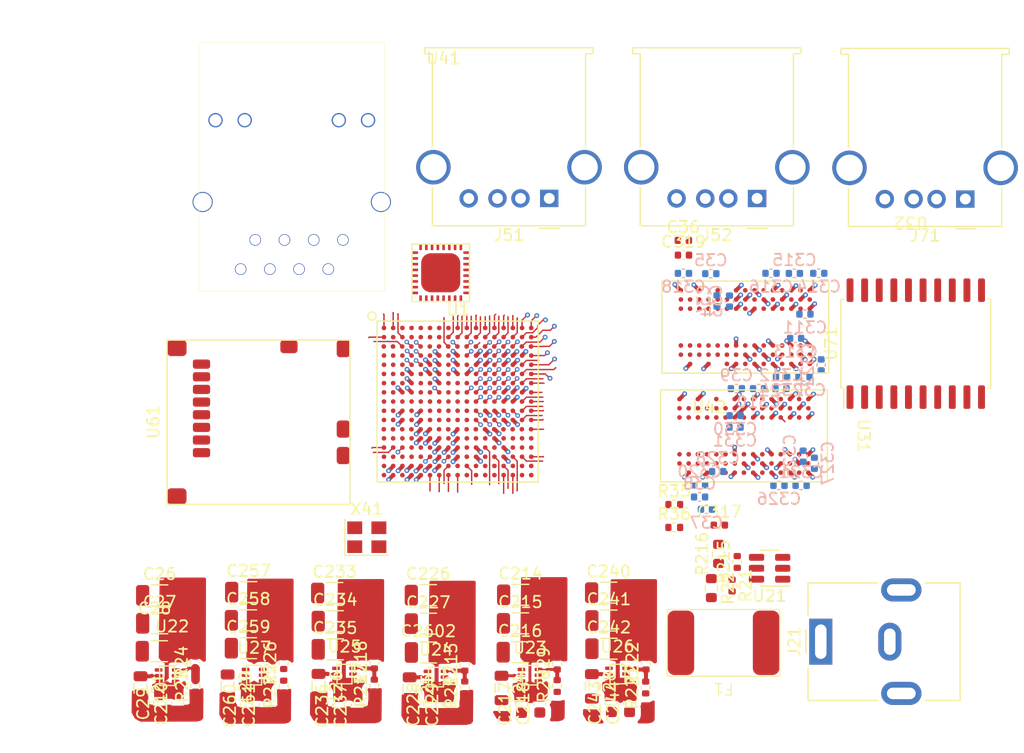
<source format=kicad_pcb>
(kicad_pcb (version 20240108) (generator "pcbnew") (generator_version "8.0")
  (layers (0 "F.Cu" signal "L1 (Sig)") (1 "In1.Cu" power "L2 (GND)") (2 "In2.Cu" power "L3 (PWR)") (3 "In3.Cu" signal "L4 (Sig)") (4 "In4.Cu" power "L5 (GND)") (5 "In5.Cu" signal "L6 (Sig)") (6 "In6.Cu" power "L7 (GND)") (7 "In7.Cu" signal "L8 (Sig)") (8 "In8.Cu" power "L9 (GND)") (31 "B.Cu" signal "L10 (Sig)") (34 "B.Paste" user) (35 "F.Paste" user) (36 "B.SilkS" user "B.Silkscreen") (37 "F.SilkS" user "F.Silkscreen") (38 "B.Mask" user) (39 "F.Mask" user) (44 "Edge.Cuts" user))
  (net 0 "")
  (net 1 "5V")
  (net 2 "GND")
  (net 3 "Net-(U1E-DDR_RESETN)")
  (net 4 "VCC_1_2")
  (net 5 "VCC_3_3_C")
  (net 6 "VCC_2_5")
  (net 7 "USBA_5V")
  (net 8 "USBA_DM")
  (net 9 "USBA_DP")
  (net 10 "USBA_SHLD")
  (net 11 "USBB_5V")
  (net 12 "USBB_DM")
  (net 13 "USBB_DP")
  (net 14 "USBB_SHLD")
  (net 16 "unconnected-(U1A-PA31-PadR17)")
  (net 17 "SD_VDD")
  (net 23 "/Power Managment_2/VCC_3_3_A_SW")
  (net 24 "/Power Managment_2/VCC_3_3_B_FB")
  (net 25 "Net-(U27-SW)")
  (net 26 "Net-(U27-FB)")
  (net 35 "PB23_MDIO")
  (net 36 "PB21_ETH_TX_D1")
  (net 37 "/MPU-SAMA5D27C_1/PB18_NC")
  (net 38 "/MPU-SAMA5D27C_1/PB9_NC")
  (net 39 "/MPU-SAMA5D27C_1/PB8_NC")
  (net 40 "/MPU-SAMA5D27C_1/PB3_NC")
  (net 41 "/MPU-SAMA5D27C_1/PB2_NC")
  (net 42 "/MPU-SAMA5D27C_1/PB1_NC")
  (net 43 "/DDR2_3/DDR_D19")
  (net 44 "/DDR2_3/DDR_D20")
  (net 45 "/DDR2_3/DDR_D23")
  (net 46 "/DDR2_3/DDR_D1")
  (net 47 "/DDR2_3/DDR_D3")
  (net 48 "/DDR2_3/DDR_D4")
  (net 49 "/DDR2_3/DDR_D6")
  (net 50 "/DDR2_3/DDR_A11")
  (net 51 "/DDR2_3/DDR_A12")
  (net 52 "PB27_UART_TX")
  (net 53 "/MPU-SAMA5D27C_1/PB25_NC")
  (net 54 "PB20_ETH_TX_D0")
  (net 55 "/MPU-SAMA5D27C_1/PB13_NC")
  (net 56 "/MPU-SAMA5D27C_1/PB11_NC")
  (net 57 "/MPU-SAMA5D27C_1/PB4_NC")
  (net 58 "/MPU-SAMA5D27C_1/PB5_NC")
  (net 59 "/DDR2_3/DDR_D16")
  (net 60 "/DDR2_3/DDR_D17")
  (net 61 "/DDR2_3/DDR_DQS2-")
  (net 62 "/DDR2_3/DDR_D22")
  (net 63 "/DDR2_3/DDR_D0")
  (net 64 "/DDR2_3/DDR_DQS0+")
  (net 65 "/DDR2_3/DDR_DQS0-")
  (net 66 "/DDR2_3/DDR_D7")
  (net 67 "/DDR2_3/DDR_A3")
  (net 68 "/DDR2_3/DDR_A2")
  (net 69 "/MPU-SAMA5D27C_1/PB31_NC")
  (net 70 "/MPU-SAMA5D27C_1/PB28_NC")
  (net 71 "PB22_MDC")
  (net 72 "PB17_ETH_RXER_ISO")
  (net 73 "PB14_ETH_RXC_BC")
  (net 74 "/MPU-SAMA5D27C_1/PB7_NC")
  (net 75 "/MPU-SAMA5D27C_1/PB6_NC")
  (net 76 "/DDR2_3/DDR_DQM2")
  (net 77 "/DDR2_3/DDR_D18")
  (net 78 "/DDR2_3/DDR_DQS2+")
  (net 79 "/DDR2_3/DDR_DQM0")
  (net 80 "/DDR2_3/DDR_D2")
  (net 81 "/DDR2_3/DDR_D5")
  (net 82 "/DDR2_3/DDR_A8")
  (net 83 "/DDR2_3/DDR_A10")
  (net 84 "/DDR2_3/DDR_A4")
  (net 85 "/DDR2_3/DDR_A1")
  (net 86 "/MPU-SAMA5D27C_1/PC9_NC")
  (net 87 "/MPU-SAMA5D27C_1/PB30_NC")
  (net 88 "/MPU-SAMA5D27C_1/PB29_NC")
  (net 89 "PB19_ETH_RXD1_PHYAD2")
  (net 90 "PB16_ETH_RXDIV_CONFIG2")
  (net 91 "/MPU-SAMA5D27C_1/PB12_NC")
  (net 92 "/MPU-SAMA5D27C_1/PC31_NC")
  (net 93 "/DDR2_3/DDR_D21")
  (net 94 "/DDR2_3/DDR_A9")
  (net 95 "/DDR2_3/DDR_CLK-")
  (net 96 "/MPU-SAMA5D27C_1/PC12_NC")
  (net 97 "/MPU-SAMA5D27C_1/PC11_NC")
  (net 98 "/MPU-SAMA5D27C_1/PC10_NC")
  (net 99 "PB26_UART_RX")
  (net 100 "PB24_~{INTRP}_NAND")
  (net 101 "/MPU-SAMA5D27C_1/PC28_NC")
  (net 102 "/MPU-SAMA5D27C_1/PD1_NC")
  (net 103 "/DDR2_3/DDR_CAL")
  (net 104 "/DDR2_3/DDR_CLK+")
  (net 105 "/MPU-SAMA5D27C_1/PC17_NC")
  (net 106 "/MPU-SAMA5D27C_1/PC15_NC")
  (net 107 "/MPU-SAMA5D27C_1/PC13_NC")
  (net 108 "/MPU-SAMA5D27C_1/PC14_NC")
  (net 109 "/MPU-SAMA5D27C_1/PC30_NC")
  (net 110 "/DDR2_3/DDR_A7")
  (net 111 "/DDR2_3/DDR_A0")
  (net 112 "/DDR2_3/DDR_RAS")
  (net 113 "/DDR2_3/DDR_A6")
  (net 114 "/DDR2_3/DDR_WE")
  (net 115 "/DDR2_3/DDR_CKE")
  (net 116 "/DDR2_3/DDR_BA2")
  (net 117 "/MPU-SAMA5D27C_1/PC21_NC")
  (net 118 "/MPU-SAMA5D27C_1/PC19_NC")
  (net 119 "/MPU-SAMA5D27C_1/PC20_NC")
  (net 120 "/MPU-SAMA5D27C_1/PC23_NC")
  (net 121 "/MPU-SAMA5D27C_1/PC16_NC")
  (net 122 "/MPU-SAMA5D27C_1/PC29_NC")
  (net 123 "/MPU-SAMA5D27C_1/PD2_NC")
  (net 124 "/MPU-SAMA5D27C_1/PD0_NC")
  (net 125 "/DDR2_3/DDR_A13")
  (net 126 "/DDR2_3/DDR_CAS")
  (net 127 "/DDR2_3/DDR_CS")
  (net 128 "/DDR2_3/DDR_A5")
  (net 129 "/DDR2_3/DDR_DQM1")
  (net 130 "/DDR2_3/DDR_D9")
  (net 131 "/DDR2_3/DDR_D8")
  (net 132 "/MPU-SAMA5D27C_1/PC24_NC")
  (net 133 "/MPU-SAMA5D27C_1/PC22_NC")
  (net 134 "/MPU-SAMA5D27C_1/PC25_NC")
  (net 135 "/MPU-SAMA5D27C_1/PC18_NC")
  (net 136 "PB15_ETH_TX_EN")
  (net 137 "/MPU-SAMA5D27C_1/PB10_NC")
  (net 138 "/MPU-SAMA5D27C_1/PC27_NC")
  (net 139 "/DDR2_3/DDR_D25")
  (net 140 "/DDR2_3/DDR_DQM3")
  (net 141 "/DDR2_3/DDR_BA0")
  (net 142 "/DDR2_3/DDR_BA1")
  (net 143 "/DDR2_3/DDR_D10")
  (net 144 "/MPU-SAMA5D27C_1/PD8_NC")
  (net 145 "/MPU-SAMA5D27C_1/PD6_NC")
  (net 146 "/MPU-SAMA5D27C_1/PD10_NC")
  (net 147 "/MPU-SAMA5D27C_1/PD5_NC")
  (net 148 "/MPU-SAMA5D27C_1/PD18_NC")
  (net 149 "/MPU-SAMA5D27C_1/PD4_NC")
  (net 150 "/MPU-SAMA5D27C_1/PD7_NC")
  (net 151 "/MPU-SAMA5D27C_1/PB0_NC")
  (net 152 "/MPU-SAMA5D27C_1/PC26_NC")
  (net 153 "/MPU-SAMA5D27C_1/PC8_NC")
  (net 154 "/DDR2_3/DDR_D26")
  (net 155 "/DDR2_3/DDR_D24")
  (net 156 "/DDR2_3/DDR_D13")
  (net 157 "/DDR2_3/DDR_DQS1-")
  (net 158 "/DDR2_3/DDR_DQS1+")
  (net 159 "/MPU-SAMA5D27C_1/PD3_NC")
  (net 160 "/MPU-SAMA5D27C_1/PD17_NC")
  (net 161 "/MPU-SAMA5D27C_1/PD14_NC")
  (net 162 "/MPU-SAMA5D27C_1/PD19_NC")
  (net 163 "/MPU-SAMA5D27C_1/PD15_NC")
  (net 164 "/MPU-SAMA5D27C_1/PD12_NC")
  (net 165 "/MPU-SAMA5D27C_1/PD9_NC")
  (net 166 "/MPU-SAMA5D27C_1/PC6_NC")
  (net 167 "/DDR2_3/DDR_D27")
  (net 168 "/DDR2_3/DDR_D14")
  (net 169 "/DDR2_3/DDR_D15")
  (net 170 "/DDR2_3/DDR_D12")
  (net 171 "/DDR2_3/DDR_D11")
  (net 172 "/MPU-SAMA5D27C_1/PD16_NC")
  (net 173 "/MPU-SAMA5D27C_1/PD13_NC")
  (net 174 "/MPU-SAMA5D27C_1/PD22_NC")
  (net 175 "/MPU-SAMA5D27C_1/PD25_NC")
  (net 176 "/MPU-SAMA5D27C_1/PD24_NC")
  (net 177 "/MPU-SAMA5D27C_1/PD27_NC")
  (net 178 "/MPU-SAMA5D27C_1/PD30_NC")
  (net 179 "/MPU-SAMA5D27C_1/PC5_NC")
  (net 180 "/DDR2_3/DDR_D29")
  (net 181 "/DDR2_3/DDR_D30")
  (net 182 "/DDR2_3/DDR_D28")
  (net 183 "/DDR2_3/DDR_DQS3-")
  (net 184 "/DDR2_3/DDR_DQS3+")
  (net 185 "/MPU-SAMA5D27C_1/PD11_NC")
  (net 186 "/MPU-SAMA5D27C_1/PD20_NC")
  (net 187 "/MPU-SAMA5D27C_1/PD23_NC")
  (net 188 "/MPU-SAMA5D27C_1/PD28_NC")
  (net 189 "/MPU-SAMA5D27C_1/PD31_NC")
  (net 190 "/MPU-SAMA5D27C_1/PIOBU7_NC")
  (net 191 "/MPU-SAMA5D27C_1/PA16_NC")
  (net 192 "/MPU-SAMA5D27C_1/PC4_NC")
  (net 193 "/MPU-SAMA5D27C_1/PA14_NC")
  (net 194 "/MPU-SAMA5D27C_1/PC3_NC")
  (net 195 "/MPU-SAMA5D27C_1/PC7_NC")
  (net 196 "/DDR2_3/DDR_D31")
  (net 197 "/MPU-SAMA5D27C_1/PD21_NC")
  (net 198 "/MPU-SAMA5D27C_1/PD26_NC")
  (net 199 "/MPU-SAMA5D27C_1/PD29_NC")
  (net 200 "/MPU-SAMA5D27C_1/PIOBU1_NC")
  (net 201 "/MPU-SAMA5D27C_1/PA8_NC")
  (net 202 "/MPU-SAMA5D27C_1/PA9_NC")
  (net 203 "/MPU-SAMA5D27C_1/PC1_NC")
  (net 204 "/MPU-SAMA5D27C_1/PC2_NC")
  (net 205 "/MPU-SAMA5D27C_1/PA12_NC")
  (net 206 "/MPU-SAMA5D27C_1/PA15_NC")
  (net 207 "/MPU-SAMA5D27C_1/PA17_NC")
  (net 208 "/MPU-SAMA5D27C_1/XIN32")
  (net 209 "/MPU-SAMA5D27C_1/XOUT32")
  (net 210 "/MPU-SAMA5D27C_1/TST")
  (net 211 "/MPU-SAMA5D27C_1/PIOBU5_NC")
  (net 212 "/MPU-SAMA5D27C_1/PIOBU6_NC")
  (net 213 "/MPU-SAMA5D27C_1/PA1_NC")
  (net 214 "PA20_SD_DAT2")
  (net 215 "/MPU-SAMA5D27C_1/PA11_NC")
  (net 216 "/MPU-SAMA5D27C_1/PA13_NC")
  (net 217 "/MPU-SAMA5D27C_1/PC0_NC")
  (net 218 "/MPU-SAMA5D27C_1/PIOBU2_NC")
  (net 219 "/MPU-SAMA5D27C_1/PIOBU0_NC")
  (net 220 "/MPU-SAMA5D27C_1/PIOBU4_NC")
  (net 221 "/MPU-SAMA5D27C_1/PIOBU3_NC")
  (net 222 "/MPU-SAMA5D27C_1/VBG")
  (net 223 "/MPU-SAMA5D27C_1/PA3_NC")
  (net 224 "/MPU-SAMA5D27C_1/PA6_NC")
  (net 225 "PA21_SD_DAT3")
  (net 226 "PA30_SD_DET_SW")
  (net 227 "PA28_SD_CMD")
  (net 228 "/MPU-SAMA5D27C_1/COMPP_NC")
  (net 229 "/MPU-SAMA5D27C_1/VDDAUIDOPLL")
  (net 230 "/MPU-SAMA5D27C_1/VDDOSC")
  (net 231 "/MPU-SAMA5D27C_1/HHSDPDATC_NC")
  (net 232 "/MPU-SAMA5D27C_1/SDCAL")
  (net 233 "/MPU-SAMA5D27C_1/PA2_NC")
  (net 234 "/MPU-SAMA5D27C_1/PA5_NC")
  (net 235 "/MPU-SAMA5D27C_1/PA7_NC")
  (net 236 "PA19_SD_DAT1")
  (net 237 "/MPU-SAMA5D27C_1/COMPN_NC")
  (net 238 "/MPU-SAMA5D27C_1/VDDPLLA")
  (net 239 "/MPU-SAMA5D27C_1/XOUT")
  (net 240 "/MPU-SAMA5D27C_1/XIN")
  (net 241 "/MPU-SAMA5D27C_1/HHSDMSTRC_NC")
  (net 242 "/MPU-SAMA5D27C_1/PA0_NC")
  (net 243 "/MPU-SAMA5D27C_1/PA4_NC")
  (net 244 "/MPU-SAMA5D27C_1/PA10_NC")
  (net 245 "PA18_SD_DAT0")
  (net 246 "PA22_SD_CLK")
  (net 247 "/Power Managment_2/PS_GRP2_EN")
  (net 248 "/Power Managment_2/PS_GRP1_EN")
  (net 249 "VCC_3_3_A")
  (net 250 "/UART_7/VDD")
  (net 251 "/UART_7/OSC1")
  (net 252 "/UART_7/OSC2")
  (net 253 "/UART_7/~{RST}")
  (net 254 "/UART_7/TX_LED")
  (net 255 "/UART_7/RX_LED")
  (net 263 "/UART_7/VUSB")
  (net 264 "/UART_7/D-")
  (net 265 "/UART_7/D+")
  (net 266 "/Ethernet_MAC_4/ETH_XI")
  (net 267 "/Ethernet_MAC_4/ETH_XO")
  (net 268 "/MPU-SAMA5D27C_1/PA26_NC")
  (net 269 "/MPU-SAMA5D27C_1/PA25_NC")
  (net 270 "/MPU-SAMA5D27C_1/PA23_NC")
  (net 271 "/MPU-SAMA5D27C_1/PA27_NC")
  (net 272 "/MPU-SAMA5D27C_1/PA24_NC")
  (net 273 "/Ethernet_MAC_4/ETH_RXD2_PHYAD1")
  (net 274 "/Ethernet_MAC_4/RXM")
  (net 275 "/Ethernet_MAC_4/ETH_RXD3_PHYAD0")
  (net 276 "/Ethernet_MAC_4/REXT")
  (net 277 "/Ethernet_MAC_4/ETH_RXDIV_CONFIG2")
  (net 278 "/Ethernet_MAC_4/VDDA_3V3")
  (net 279 "/Ethernet_MAC_4/ETH_CRS_CONFI1")
  (net 280 "/Ethernet_MAC_4/ETH_RXC_BC")
  (net 281 "/Ethernet_MAC_4/ETH_TX_EN")
  (net 282 "/Ethernet_MAC_4/ETH_LED1")
  (net 283 "/Ethernet_MAC_4/ETH_RXER_ISO")
  (net 284 "/Ethernet_MAC_4/TXP")
  (net 285 "/Ethernet_MAC_4/ETH_COL_CONFI2")
  (net 286 "/Ethernet_MAC_4/ETH_LED0")
  (net 287 "/Ethernet_MAC_4/MDIO")
  (net 289 "/Ethernet_MAC_4/ETH_RXD0_DUPLEX")
  (net 290 "/Ethernet_MAC_4/RXP")
  (net 291 "~{RESET}")
  (net 293 "/Ethernet_MAC_4/TXM")
  (net 294 "/Ethernet_MAC_4/~{INTRP}_NAND")
  (net 295 "/Ethernet_MAC_4/ETH_RXD1_PHYAD2")
  (net 296 "/Ethernet_MAC_4/VDDIO")
  (net 297 "/Ethernet_MAC_4/ETH_TX_D0")
  (net 298 "DDR_VREF")
  (net 299 "/Ethernet_MAC_4/MDC")
  (net 300 "/Ethernet_MAC_4/ETH_TX_D1")
  (net 302 "CH_GND")
  (net 303 "/Ethernet_MAC_4/LED0_PWR")
  (net 304 "/Ethernet_MAC_4/CT1")
  (net 305 "/Ethernet_MAC_4/CT2")
  (net 306 "/Ethernet_MAC_4/LED1_PWR")
  (net 308 "SD_CMD")
  (net 309 "DET_LEVER")
  (net 310 "SD_CLK")
  (net 311 "SD_DET_SW")
  (net 312 "/Power Managment_2/VCC_3_3_A_FB")
  (net 313 "/Power Managment_2/VCC_3_3_B_SW")
  (net 314 "/Power Managment_2/VCC_3_3_C_SW")
  (net 315 "/Power Managment_2/VCC_3_3_C_FB")
  (net 316 "/Power Managment_2/VCC_1_2_SW")
  (net 317 "/Power Managment_2/VCC_1_2_DDR_SW")
  (net 318 "/Power Managment_2/VCC_1_2_FB")
  (net 319 "/Power Managment_2/VCC_1_2_DDR_FB")
  (net 320 "VCC_1_8_DDR")
  (net 321 "USB_UART_SHLD")
  (net 322 "/Power Managment_2/PS_GRP1_EN_DIV")
  (net 323 "/Power Managment_2/PS_GRP2_EN_DIV")
  (net 324 "VCC")
  (net 325 "Net-(U31-ODT)")
  (net 326 "Net-(U32-ODT)")
  (footprint "Inductor_SMD:L_0805_2012Metric" (layer "F.Cu") (at 109.58 113.775 -90)
    (property "Reference" "L26")
    (property "Value" "1u")
  )
  (footprint "Resistor_SMD:R_0402_1005Metric" (layer "F.Cu") (at 114.43 111.725 90)
    (property "Reference" "R218")
    (property "Value" "10k")
  )
  (footprint "Capacitor_SMD:C_1206_3216Metric" (layer "F.Cu") (at 134.79 105.645)
    (property "Reference" "C240")
    (property "Value" "10u")
  )
  (footprint "Capacitor_SMD:C_0603_1608Metric" (layer "F.Cu") (at 119.26 115.375 90)
    (property "Reference" "C228")
    (property "Value" "22u")
  )
  (footprint "Resistor_SMD:R_0402_1005Metric" (layer "F.Cu") (at 114.43 113.725 90)
    (property "Reference" "R217")
    (property "Value" "10k")
  )
  (footprint "Capacitor_SMD:C_1206_3216Metric" (layer "F.Cu") (at 103.48 110.475)
    (property "Reference" "C259")
    (property "Value" "0.1u")
  )
  (footprint "Capacitor_SMD:C_1206_3216Metric" (layer "F.Cu") (at 119.13 110.85)
    (property "Reference" "C2602")
    (property "Value" "0.1u")
  )
  (footprint "Connector_USB:USB_A_Molex_67643_Horizontal" (layer "F.Cu") (at 165.8 71.41 180)
    (property "Reference" "J71")
    (property "Value" "USB_A")
  )
  (footprint "fryelabs_kicad_footprint_lib:TPS564247DRLR" (layer "F.Cu") (at 119.79 112.99)
    (property "Reference" "U24")
    (property "Value" "TPS564242DRL")
  )
  (footprint "Capacitor_SMD:C_0402_1005Metric" (layer "F.Cu") (at 144.42 99.77)
    (property "Reference" "C317")
    (property "Value" "10u")
  )
  (footprint "Capacitor_SMD:C_1206_3216Metric" (layer "F.Cu") (at 119.12 105.86)
    (property "Reference" "C226")
    (property "Value" "10u")
  )
  (footprint "Capacitor_SMD:C_0603_1608Metric" (layer "F.Cu") (at 120.89 115.38 90)
    (property "Reference" "C229")
    (property "Value" "22u")
  )
  (footprint "Inductor_SMD:L_0805_2012Metric" (layer "F.Cu") (at 117.5 114.07 -90)
    (property "Reference" "L25")
    (property "Value" "2.2u")
  )
  (footprint "Inductor_SMD:L_0805_2012Metric" (layer "F.Cu") (at 125.485 113.935 -90)
    (property "Reference" "L24")
    (property "Value" "2.2u")
  )
  (footprint "Resistor_SMD:R_0402_1005Metric" (layer "F.Cu") (at 140.5 99.975)
    (property "Reference" "R36")
    (property "Value" "100k")
  )
  (footprint "Resistor_SMD:R_0603_1608Metric" (layer "F.Cu") (at 144.35 102.275 90)
    (property "Reference" "R216")
    (property "Value" "36.5k")
  )
  (footprint "Capacitor_SMD:C_1206_3216Metric" (layer "F.Cu") (at 95.77 105.88)
    (property "Reference" "C26")
    (property "Value" "10u")
  )
  (footprint "fryelabs_kicad_footprint_lib:TPS564247DRLR" (layer "F.Cu") (at 135.565 112.72)
    (property "Reference" "U26")
    (property "Value" "TPS564242DRL")
  )
  (footprint "Capacitor_SMD:C_1206_3216Metric" (layer "F.Cu") (at 95.74 110.74)
    (property "Reference" "C28")
    (property "Value" "0.1u")
  )
  (footprint "Capacitor_SMD:C_1206_3216Metric" (layer "F.Cu") (at 127.145 105.835)
    (property "Reference" "C214")
    (property "Value" "10u")
  )
  (footprint "Connector_USB:USB_A_Molex_67643_Horizontal" (layer "F.Cu") (at 129.635 71.355 180)
    (property "Reference" "J51")
    (property "Value" "USB_A")
  )
  (footprint "Resistor_SMD:R_0402_1005Metric" (layer "F.Cu") (at 98.89 113.75 90)
    (property "Reference" "R23")
    (property "Value" "100k")
  )
  (footprint "fryelabs_kicad_footprint_lib:TPS564247DRLR" (layer "F.Cu") (at 111.84 112.725)
    (property "Reference" "U25")
    (property "Value" "TPS564242DRL")
  )
  (footprint "Package_TO_SOT_SMD:SOT-23-6" (layer "F.Cu") (at 148.7875 103.525 180)
    (property "Reference" "U21")
    (property "Value" "LM3880")
  )
  (footprint "Connector_USB:USB_A_Molex_67643_Horizontal" (layer "F.Cu") (at 147.7 71.36 180)
    (property "Reference" "J52")
    (property "Value" "USB_A")
  )
  (footprint "Resistor_SMD:R_0402_1005Metric" (layer "F.Cu") (at 122.29 111.92 90)
    (property "Reference" "R213")
    (property "Value" "22.1k")
  )
  (footprint "Capacitor_SMD:C_1206_3216Metric" (layer "F.Cu") (at 127.125 108.315)
    (property "Reference" "C215")
    (property "Value" "10u")
  )
  (footprint "Oscillator:Oscillator_SMD_Abracon_ASE-4Pin_3.2x2.5mm" (layer "F.Cu") (at 113.775 100.825)
    (property "Reference" "X41")
    (property "Value" "ECS-2520MV-xxx-xx")
  )
  (footprint "Resistor_SMD:R_0402_1005Metric" (layer "F.Cu") (at 130.325 113.765 90)
    (property "Reference" "R28")
    (property "Value" "100k")
  )
  (footprint "Package_SO:SOIC-20W_7.5x12.8mm_P1.27mm" (layer "F.Cu") (at 161.49 83.99 90)
    (property "Reference" "U71")
    (property "Value" "MCP2200-I-SO")
  )
  (footprint "Capacitor_SMD:C_1206_3216Metric" (layer "F.Cu") (at 103.505 105.6)
    (property "Reference" "C257")
    (property "Value" "10u")
  )
  (footprint "Resistor_SMD:R_0402_1005Metric" (layer "F.Cu") (at 138.015 113.895 90)
    (property "Reference" "R221")
    (property "Value" "20k")
  )
  (footprint "Resistor_SMD:R_0402_1005Metric" (layer "F.Cu") (at 106.555 113.81 90)
    (property "Reference" "R225")
    (property "Value" "32k")
  )
  (footprint "Capacitor_SMD:C_0603_1608Metric" (layer "F.Cu") (at 103.305 115.45 90)
    (property "Reference" "C260")
    (property "Value" "22u")
  )
  (footprint "Capacitor_SMD:C_0603_1608Metric" (layer "F.Cu") (at 127.225 115.315 90)
    (property "Reference" "C217")
    (property "Value" "22u")
  )
  (footprint "Capacitor_SMD:C_1206_3216Metric" (layer "F.Cu") (at 95.77 108.31)
    (property "Reference" "C27")
    (property "Value" "10u")
  )
  (footprint "Connector_BarrelJack:BarrelJack_CUI_PJ-063AH_Horizontal" (layer "F.Cu") (at 153.235 109.91 90)
    (property "Reference" "J21")
    (property "Value" "Barrel_Jack_Switch_Pin3Ring")
  )
  (footprint "Capacitor_SMD:C_1206_3216Metric" (layer "F.Cu") (at 110.98 105.675)
    (property "Reference" "C233")
    (property "Value" "10u")
  )
  (footprint "Capacitor_SMD:C_1206_3216Metric" (layer "F.Cu") (at 134.815 110.52)
    (property "Reference" "C242")
    (property "Value" "0.1u")
  )
  (footprint "Resistor_SMD:R_0402_1005Metric" (layer "F.Cu") (at 138.04 111.82 90)
    (property "Reference" "R222")
    (property "Value" "10k")
  )
  (footprint "Capacitor_SMD:C_0603_1608Metric" (layer "F.Cu") (at 135.04 115.245 90)
    (property "Reference" "C243")
    (property "Value" "22u")
  )
  (footprint "Capacitor_SMD:C_0402_1005Metric" (layer "F.Cu") (at 141.29 75.01)
    (property "Reference" "C36")
    (property "Value" "1u")
  )
  (footprint "fryelabs_kicad_footprint_lib:TPS564247DRLR" (layer "F.Cu") (at 103.98 112.825)
    (property "Reference" "U27")
    (property "Value" "TPS564242DRL")
  )
  (footprint "Resistor_SMD:R_0402_1005Metric" (layer "F.Cu") (at 140.5 97.985)
    (property "Reference" "R35")
    (property "Value" "100k")
  )
  (footprint "Resistor_SMD:R_0402_1005Metric" (layer "F.Cu") (at 98.86 111.71 90)
    (property "Reference" "R24")
    (property "Value" "22.1k")
  )
  (footprint "Inductor_SMD:L_0805_2012Metric" (layer "F.Cu") (at 133.34 113.795 -90)
    (property "Reference" "L28")
    (property "Value" "1u")
  )
  (footprint "Resistor_SMD:R_0402_1005Metric" (layer "F.Cu") (at 130.325 111.815 90)
    (property "Reference" "R29")
    (property "Value" "22.1k")
  )
  (footprint "fryelabs_kicad_footprint_lib:W972GG6KB-25" (layer "F.Cu") (at 146.675 82.55 -90)
    (property "Reference" "U32")
    (property "Value" "W972GG6KB-25")
  )
  (footprint "Capacitor_SMD:C_0603_1608Metric" (layer "F.Cu") (at 136.615 115.245 90)
    (property "Reference" "C244")
    (property "Value" "22u")
  )
  (footprint "Inductor_SMD:L_0805_2012Metric" (layer "F.Cu") (at 101.68 113.825 -90)
    (property "Reference" "L29")
    (property "Value" "1u")
  )
  (footprint "fryelabs_kicad_footprint_lib:TPS564247DRLR" (layer "F.Cu") (at 96.42 112.87)
    (property "Reference" "U22")
    (property "Value" "TPS564242DRL")
  )
  (footprint "Resistor_SMD:R_0402_1005Metric" (layer "F.Cu") (at 145.525 105.025 -90)
    (property "Reference" "R21")
    (property "Value" "100k")
  )
  (footprint "Capacitor_SMD:C_0603_1608Metric" (layer "F.Cu") (at 111.33 115.475 90)
    (property "Reference" "C236")
    (property "Value" "22u")
  )
  (footprint "Capacitor_SMD:C_0603_1608Metric" (layer "F.Cu") (at 97.34 115.29 90)
    (property "Reference" "C210")
    (property "Value" "22u")
  )
  (footprint "Capacitor_SMD:C_1206_3216Metric" (layer "F.Cu") (at 127.105 110.825)
    (property "Reference" "C216")
    (property "Value" "0.1u")
  )
  (footprint "Capacitor_SMD:C_1206_3216Metric" (layer "F.Cu") (at 111.03 110.575)
    (property "Reference" "C235")
    (property "Value" "0.1u")
  )
  (footprint "Resistor_SMD:R_0603_1608Metric" (layer "F.Cu") (at 143.725 105.25 -90)
    (property "Reference" "R22")
    (property "Value" "36.5k")
  )
  (footprint "Capacitor_SMD:C_0603_1608Metric" (layer "F.Cu") (at 95.77 115.3 90)
    (property "Reference" "C29")
    (property "Value" "22u")
  )
  (footprint "Capacitor_SMD:C_0603_1608Metric" (layer "F.Cu") (at 128.815 115.295 90)
    (property "Reference" "C218")
    (property "Value" "22u")
  )
  (footprint "Resistor_SMD:R_0402_1005Metric" (layer "F.Cu") (at 106.555 111.775 90)
    (property "Reference" "R226")
    (property "Value" "10k")
  )
  (footprint "Capacitor_SMD:C_0603_1608Metric" (layer "F.Cu") (at 104.955 115.425 90)
    (property "Reference" "C261")
    (property "Value" "22u")
  )
  (footprint "Resistor_SMD:R_0402_1005Metric" (layer "F.Cu") (at 122.29 113.88 90)
    (property "Reference" "R212")
    (property "Value" "100k")
  )
  (footprint "fryelabs_kicad_footprint_lib:W972GG6KB-25" (layer "F.Cu") (at 146.555 92.01 -90)
    (property "Reference" "U31")
    (property "Value" "W972GG6KB-25")
  )
  (footprint "Capacitor_SMD:C_0402_1005Metric" (layer "F.Cu") (at 141.3 76.29)
    (property "Reference" "C319")
    (property "Value" "1u")
  )
  (footprint "fryelabs_kicad_footprint_lib:KSZ8081RNB" (layer "F.Cu") (at 120.2 77.825)
    (property "Reference" "U41")
    (property "Value" "KSZ8081RNB")
  )
  (footprint "fryelabs_kicad_footprint_lib:0ZCF0050FF2C" (layer "F.Cu") (at 144.78 110.01 180)
    (property "Reference" "F1")
    (property "Value" "Fuse")
  )
  (footprint "fryelabs_kicad_footprint_lib:ATSAMA5D27C" (layer "F.Cu") (at 121.67 89.025)
    (property "Reference" "U1")
    (property "Value" "ATSAMA5D27C")
  )
  (footprint "Capacitor_SMD:C_1206_3216Metric" (layer "F.Cu") (at 119.12 108.34)
    (property "Reference" "C227")
    (property "Value" "10u")
  )
  (footprint "fryelabs_kicad_footprint_lib:TPS564247DRLR" (layer "F.Cu") (at 127.955 112.825)
    (property "Reference" "U23")
    (property "Value" "TPS564242DRL")
  )
  (footprint "Capacitor_SMD:C_1206_3216Metric" (layer "F.Cu") (at 134.815 108.07)
    (property "Reference" "C241")
    (property "Value" "10u")
  )
  (footprint "Inductor_SMD:L_0805_2012Metric" (layer "F.Cu") (at 94.11 113.98 -90)
    (property "Reference" "L21")
    (property "Value" "2.2u")
  )
  (footprint "Capacitor_SMD:C_0603_1608Metric" (layer "F.Cu") (at 112.93 115.475 90)
    (property "Reference" "C237")
    (property "Value" "22u")
  )
  (footprint "fryelabs_kicad_footprint_lib:molex_5025700893" (layer "F.Cu") (at 104.36 90.82 90)
    (property "Reference" "U61")
    (property "Value" "molex_5025700893")
  )
  (footprint "Capacitor_SMD:C_1206_3216Metric" (layer "F.Cu") (at 103.48 108.05)
    (property "Reference" "C258")
    (property "Value" "10u")
  )
  (footprint "fryelabs_kicad_footprint_lib:SI-60110-F" (layer "F.Cu") (at 107.2556 68.619 180)
    (property "Reference" "U42")
    (property "Value" "SI-60110-F")
  )
  (footprint "Capacitor_SMD:C_1206_3216Metric" (layer "F.Cu") (at 111.03 108.125)
    (property "Reference" "C234")
    (property "Value" "10u")
  )
  (footprint "Resistor_SMD:R_0402_1005Metric" (layer "F.Cu") (at 145.975 102.975 90)
    (property "Reference" "R215")
    (property "Value" "100k")
  )
  (footprint "Capacitor_SMD:C_0402_1005Metric" (layer "B.Cu") (at 142.7 97.325 180)
    (property "Reference" "C38")
    (property "Value" "100n")
  )
  (footprint "Capacitor_SMD:C_0402_1005Metric" (layer "B.Cu") (at 144.21 80.27 -90)
    (property "Reference" "C34")
    (property "Value" "1n")
  )
  (footprint "Capacitor_SMD:C_0402_1005Metric" (layer "B.Cu") (at 152.68 94.39 90)
    (property "Reference" "C327")
    (property "Value" "1n")
  )
  (footprint "Capacitor_SMD:C_0402_1005Metric" (layer "B.Cu") (at 145.9 87.9 180)
    (property "Reference" "C39")
    (property "Value" "100n")
  )
  (footprint "Capacitor_SMD:C_0402_1005Metric" (layer "B.Cu") (at 151.7 93.78 -90)
    (property "Reference" "C325")
    (property "Value" "100n")
  )
  (footprint "Capacitor_SMD:C_0402_1005Metric" (layer "B.Cu") (at 149.775 87.9 180)
    (property "Reference" "C312")
    (property "Value" "100n")
  )
  (footprint "Capacitor_SMD:C_0402_1005Metric" (layer "B.Cu") (at 153.27 85.84 -90)
    (property "Reference" "C322")
    (property "Value" "100n")
  )
  (footprint "Capacitor_SMD:C_0402_1005Metric" (layer "B.Cu") (at 153.06 77.87)
    (property "Reference" "C314")
    (property "Value" "1n")
  )
  (footprint "Capacitor_SMD:C_0402_1005Metric" (layer "B.Cu") (at 150.94 77.88 180)
    (property "Reference" "C315")
    (property "Value" "1n")
  )
  (footprint "Capacitor_SMD:C_0402_1005Metric" (layer "B.Cu") (at 145.3 80.29 -90)
    (property "Reference" "C33")
    (property "Value" "100n")
  )
  (footprint "Capacitor_SMD:C_0402_1005Metric" (layer "B.Cu") (at 151.775 86.875)
    (property "Reference" "C323")
    (property "Value" "100n")
  )
  (footprint "Capacitor_SMD:C_0402_1005Metric" (layer "B.Cu") (at 145.78 91.26)
    (property "Reference" "C331")
    (property "Value" "100nf")
  )
  (footprint "Capacitor_SMD:C_0402_1005Metric" (layer "B.Cu") (at 148.91 77.87)
    (property "Reference" "C316")
    (property "Value" "1n")
  )
  (footprint "Capacitor_SMD:C_0402_1005Metric" (layer "B.Cu") (at 141.3 77.875)
    (property "Reference" "C318")
    (property "Value" "1u")
  )
  (footprint "Capacitor_SMD:C_0402_1005Metric" (layer "B.Cu") (at 147.825 87.9)
    (property "Reference" "C310")
    (property "Value" "100n")
  )
  (footprint "Capacitor_SMD:C_0402_1005Metric" (layer "B.Cu") (at 143.675 77.9 180)
    (property "Reference" "C35")
    (property "Value" "10u")
  )
  (footprint "Capacitor_SMD:C_0402_1005Metric" (layer "B.Cu") (at 151.86 81.42)
    (property "Reference" "C311")
    (property "Value" "100n")
  )
  (footprint "Capacitor_SMD:C_0402_1005Metric" (layer "B.Cu") (at 142.7 96.275 180)
    (property "Reference" "C320")
    (property "Value" "100n")
  )
  (footprint "Capacitor_SMD:C_0402_1005Metric" (layer "B.Cu") (at 151.525 96.325 180)
    (property "Reference" "C321")
    (property "Value" "100n")
  )
  (footprint "Capacitor_SMD:C_0402_1005Metric" (layer "B.Cu") (at 143.3 98.4)
    (property "Reference" "C37")
    (property "Value" "1u")
  )
  (footprint "Capacitor_SMD:C_0402_1005Metric" (layer "B.Cu") (at 149.6 96.325)
    (property "Reference" "C326")
    (property "Value" "1n")
  )
  (footprint "Capacitor_SMD:C_0402_1005Metric" (layer "B.Cu") (at 144.27 95.11 180)
    (property "Reference" "C328")
    (property "Value" "1n")
  )
  (footprint "Capacitor_SMD:C_0402_1005Metric" (layer "B.Cu") (at 149.825 86.875)
    (property "Reference" "C324")
    (property "Value" "100n")
  )
  (footprint "Capacitor_SMD:C_0402_1005Metric" (layer "B.Cu") (at 151.05 83.525)
    (property "Reference" "C313")
    (property "Value" "100n")
  )
  (footprint "Capacitor_SMD:C_0402_1005Metric" (layer "B.Cu") (at 145.79 90.25)
    (property "Reference" "C330")
    (property "Value" "100n")
  )
  (segment (start 148.155 94.41) (end 148.16 94.41) (width 0.35) (layer "F.Cu") (net 2))
  (segment (start 146.555 94.41) (end 146.56 94.41) (width 0.35) (layer "F.Cu") (net 2))
  (segment (start 125.67 85.825) (end 125.675 85.825) (width 0.35) (layer "F.Cu") (net 2))
  (segment (start 119.87 113.49) (end 119.84 113.52) (width 0.15) (layer "F.Cu") (net 2))
  (segment (start 124.886098 91.436098) (end 125.275 91.825) (width 0.35) (layer "F.Cu") (net 2))
  (segment (start 149.755 89.61) (end 149.755 89.595) (width 0.35) (layer "F.Cu") (net 2))
  (segment (start 111.1 113.225) (end 111.63 113.225) (width 0.35) (layer "F.Cu") (net 2))
  (segment (start 95.86 113.55) (end 95.86 113.67) (width 0.35) (layer "F.Cu") (net 2))
  (segment (start 146.925 89.24) (end 146.925 89.225) (width 0.35) (layer "F.Cu") (net 2))
  (segment (start 148.165 89.61) (end 148.525 89.25) (width 0.35) (layer "F.Cu") (net 2))
  (segment (start 149.075 84.15) (end 148.675 83.75) (width 0.35) (layer "F.Cu") (net 2))
  (segment (start 149.755 94.41) (end 149.755 94.42) (width 0.35) (layer "F.Cu") (net 2))
  (segment (start 142.185 78.875) (end 142.21 78.9) (width 0.35) (layer "F.Cu") (net 2))
  (segment (start 135.04 114.47) (end 135.59 113.92) (width 0.35) (layer "F.Cu") (net 2))
  (segment (start 146.675 84.95) (end 146.7 84.975) (width 0.35) (layer "F.Cu") (net 2))
  (segment (start 149.755 89.595) (end 150.1 89.25) (width 0.35) (layer "F.Cu") (net 2))
  (segment (start 125.67 85.025) (end 125.7 85.025) (width 0.35) (layer "F.Cu") (net 2))
  (segment (start 146.555 89.61) (end 145.755 90.41) (width 0.35) (layer "F.Cu") (net 2))
  (segment (start 148.65 80.525) (end 148.6 80.475) (width 0.35) (layer "F.Cu") (net 2))
  (segment (start 120.07 85.82) (end 119.7 85.45) (width 0.35) (layer "F.Cu") (net 2))
  (segment (start 117.67 88.22) (end 117.3 87.85) (width 0.35) (layer "F.Cu") (net 2))
  (segment (start 95.68 113.37) (end 95.86 113.55) (width 0.35) (layer "F.Cu") (net 2))
  (segment (start 111.33 114.7) (end 111.78 114.25) (width 0.35) (layer "F.Cu") (net 2))
  (segment (start 125.684833 85.025) (end 126.059833 84.65) (width 0.35) (layer "F.Cu") (net 2))
  (segment (start 119.84 113.52) (end 119.84 113.27) (width 0.35) (layer "F.Cu") (net 2))
  (segment (start 148.675 83.75) (end 148.7 83.775) (width 0.35) (layer "F.Cu") (net 2))
  (segment (start 145.875 84.15) (end 145.875 83.575) (width 0.35) (layer "F.Cu") (net 2))
  (segment (start 125.67 93.025) (end 125.675 93.025) (width 0.35) (layer "F.Cu") (net 2))
  (segment (start 120.07 93.825) (end 120.07 93.87548) (width 0.35) (layer "F.Cu") (net 2))
  (segment (start 124.85252 91.436098) (end 124.886098 91.436098) (width 0.35) (layer "F.Cu") (net 2))
  (segment (start 127.715 113.715) (end 127.955 113.475) (width 0.25) (layer "F.Cu") (net 2))
  (segment (start 120.89 114.605) (end 120.625 114.605) (width 0.35) (layer "F.Cu") (net 2))
  (segment (start 149.875 80.15) (end 150.25 79.775) (width 0.35) (layer "F.Cu") (net 2))
  (segment (start 124.075 85.825) (end 124.475 85.425) (width 0.35) (layer "F.Cu") (net 2))
  (segment (start 149.755 94.42) (end 149.375 94.8) (width 0.35) (layer "F.Cu") (net 2))
  (segment (start 119.27 86.625) (end 119.27 86.62) (width 0.35) (layer "F.Cu") (net 2))
  (segment (start 148.7 85.35) (end 148.7 85.375) (width 0.35) (layer "F.Cu") (net 2))
  (segment (start 95.68 113.37) (end 96.040338 113.37) (width 0.35) (layer "F.Cu") (net 2))
  (segment (start 151.355 89.595) (end 151.725 89.225) (width 0.35) (layer "F.Cu") (net 2))
  (segment (start 121.67 85.825) (end 121.67 85.82) (width 0.35) (layer "F.Cu") (net 2))
  (segment (start 146.275 80.55) (end 146.225 80.6) (width 0.35) (layer "F.Cu") (net 2))
  (segment (start 151.355 94.41) (end 151.355 94.405) (width 0.35) (layer "F.Cu") (net 2))
  (segment (start 150.275 79.75) (end 150.275 79.775) (width 0.35) (layer "F.Cu") (net 2))
  (segment (start 127.605 113.715) (end 127.715 113.715) (width 0.25) (layer "F.Cu") (net 2))
  (segment (start 148.675 85.35) (end 148.7 85.35) (width 0.35) (layer "F.Cu") (net 2))
  (segment (start 111.78 113.725) (end 111.78 113.375) (width 0.35) (layer "F.Cu") (net 2))
  (segment (start 146.925 89.225) (end 146.94 89.225) (width 0.35) (layer "F.Cu") (net 2))
  (segment (start 125.67 85.025) (end 125.684833 85.025) (width 0.35) (layer "F.Cu") (net 2))
  (segment (start 142.675 79.35) (end 142.66 79.35) (width 0.35) (layer "F.Cu") (net 2))
  (segment (start 116.87 90.625) (end 116.87 90.63) (width 0.35) (layer "F.Cu") (net 2))
  (segment (start 135.24 113.22) (end 135.59 112.87) (width 0.35) (layer "F.Cu") (net 2))
  (segment (start 127.215 113.325) (end 127.605 113.715) (width 0.25) (layer "F.Cu") (net 2))
  (segment (start 135.59 113.495) (end 135.59 112.87) (width 0.35) (layer "F.Cu") (net 2))
  (segment (start 150.25 79.775) (end 150.275 79.75) (width 0.35) (layer "F.Cu") (net 2))
  (segment (start 149.075 80.95) (end 149.475 80.55) (width 0.35) (layer "F.Cu") (net 2))
  (segment (start 121.67 93.055) (end 121.275 93.45) (width 0.35) (layer "F.Cu") (net 2))
  (segment (start 125.675 89.025) (end 126.05 88.65) (width 0.35) (layer "F.Cu") (net 2))
  (segment (start 146.7 84.975) (end 147.075 85.35) (width 0.35) (layer "F.Cu") (net 2))
  (segment (start 151.875 85.375) (end 151.9 85.375) (width 0.35) (layer "F.Cu") (net 2))
  (segment (start 151.355 94.405) (end 151 94.05) (width 0.35) (layer "F.Cu") (net 2))
  (segment (start 146.94 89.225) (end 146.865 89.3) (width 0.35) (layer "F.Cu") (net 2))
  (segment (start 149.475 85.325) (end 149.525 85.275) (width 0.35) (layer "F.Cu") (net 2))
  (segment (start 121.65252 91.47248) (end 121.275 91.85) (width 0.35) (layer "F.Cu") (net 2))
  (segment (start 152.155 90.41) (end 152.475 90.09) (width 0.35) (layer "F.Cu") (net 2))
  (segment (start 152.275 80.95) (end 152.7 80.525) (width 0.35) (layer "F.Cu") (net 2))
  (segment (start 134.825 113.22) (end 135.24 113.22) (width 0.35) (layer "F.Cu") (net 2))
  (segment (start 152.155 93.61) (end 152.165 93.61) (width 0.35) (layer "F.Cu") (net 2))
  (segment (start 117.65 94.625) (end 117.25 95.025) (width 0.35) (layer "F.Cu") (net 2))
  (segment (start 146.555 89.61) (end 146.925 89.24) (width 0.35) (layer "F.Cu") (net 2))
  (segment (start 96.39 113.020338) (end 96.39 111.42) (width 0.35) (layer "F.Cu") (net 2))
  (segment (start 145.755 93.005) (end 145.75 93) (width 0.35) (layer "F.Cu") (net 2))
  (segment (start 97.16 113.37) (end 96.86 113.67) (width 0.35) (layer "F.Cu") (net 2))
  (segment (start 117.67 87.42) (end 117.275 87.025) (width 0.35) (layer "F.Cu") (net 2))
  (segment (start 142.2 78.89) (end 142.2 78.875) (width 0.35) (layer "F.Cu") (net 2))
  (segment (start 118.47 95.425) (end 118.47 95.43) (width 0.35) (layer "F.Cu") (net 2))
  (segment (start 120.07 85.825) (end 120.07 85.82) (width 0.35) (layer "F.Cu") (net 2))
  (segment (start 124.07 89.825) (end 124.075 89.825) (width 0.35) (layer "F.Cu") (net 2))
  (segment (start 127.955 113.475) (end 127.955 111.855) (width 0.25) (layer "F.Cu") (net 2))
  (segment (start 112.755 114.7) (end 111.78 113.725) (width 0.35) (layer "F.Cu") (net 2))
  (segment (start 145.875 83.575) (end 145.875 83.6) (width 0.35) (layer "F.Cu") (net 2))
  (segment (start 123.27 85.805) (end 123.65 85.425) (width 0.35) (layer "F.Cu") (net 2))
  (segment (start 121.67 86.62) (end 121.3 86.25) (width 0.35) (layer "F.Cu") (net 2))
  (segment (start 121.67 86.625) (end 121.67 86.62) (width 0.35) (layer "F.Cu") (net 2))
  (segment (start 119.05 113.49) (end 119.62 113.49) (width 0.15) (layer "F.Cu") (net 2))
  (segment (start 142.2 78.875) (end 142.185 78.875) (width 0.35) (layer "F.Cu") (net 2))
  (segment (start 135.865 113.22) (end 135.59 113.495) (width 0.35) (layer "F.Cu") (net 2))
  (segment (start 124.07 85.825) (end 124.075 85.825) (width 0.35) (layer "F.Cu") (net 2))
  (segment (start 96.86 113.67) (end 96.86 113.73) (width 0.35) (layer "F.Cu") (net 2))
  (segment (start 118.47 89.83) (end 118.125 90.175) (width 0.35) (layer "F.Cu") (net 2))
  (segment (start 148.955 90.41) (end 148.955 90.395) (width 0.35) (layer "F.Cu") (net 2))
  (segment (start 141.875 85.775) (end 141.5 86.15) (width 0.35) (layer "F.Cu") (net 2))
  (segment (start 152.7 80.525) (end 152.65 80.575) (width 0.35) (layer "F.Cu") (net 2))
  (segment (start 119.27 92.225) (end 119.27 92.255) (width 0.35) (layer "F.Cu") (net 2))
  (segment (start 111.78 114.25) (end 111.78 113.725) (width 0.35) (layer "F.Cu") (net 2))
  (segment (start 148.275 80.15) (end 148.65 80.525) (width 0.35) (layer "F.Cu") (net 2))
  (segment (start 146.675 80.15) (end 147.025 79.8) (width 0.35) (layer "F.Cu") (net 2))
  (segment (start 148.7 85.375) (end 148.65 85.325) (width 0.35) (layer "F.Cu") (net 2))
  (segment (start 121.67 85.82) (end 121.275 85.425) (width 0.35) (layer "F.Cu") (net 2))
  (segment (start 120.625 114.605) (end 119.84 113.82) (width 0.35) (layer "F.Cu") (net 2))
  (segment (start 147.025 79.8) (end 147.075 79.75) (width 0.35) (layer "F.Cu") (net 2))
  (segment (start 147.075 85.35) (end 147.025 85.3) (width 0.35) (layer "F.Cu") (net 2))
  (segment (start 125.675 85.825) (end 126.075 85.425) (width 0.35) (layer "F.Cu") (net 2))
  (segment (start 123.27 85.825) (end 123.27 85.805) (width 0.35) (layer "F.Cu") (net 2))
  (segment (start 112.93 114.7) (end 112.755 114.7) (width 0.35) (layer "F.Cu") (net 2))
  (segment (start 135.59 111.22) (end 136.29 110.52) (width 0.35) (layer "F.Cu") (net 2))
  (segment (start 96.040338 113.37) (end 96.39 113.020338) (width 0.35) (layer "F.Cu") (net 2))
  (segment (start 112.58 113.225) (end 111.93 113.225) (width 0.35) (layer "F.Cu") (net 2))
  (segment (start 148.955 93.61) (end 148.955 93.58) (width 0.35) (layer "F.Cu") (net 2))
  (segment (start 152.475 90.09) (end 152.475 90.075) (width 0.35) (layer "F.Cu") (net 2))
  (segment (start 125.67 89.025) (end 125.675 89.025) (width 0.35) (layer "F.Cu") (net 2))
  (segment (start 118.47 89.825) (end 118.47 89.83) (width 0.35) (layer "F.Cu") (net 2))
  (segment (start 128.695 113.685) (end 128.645 113.735) (width 0.25) (layer "F.Cu") (net 2))
  (segment (start 117.67 94.625) (end 117.65 94.625) (width 0.35) (layer "F.Cu") (net 2))
  (segment (start 117.67 88.225) (end 117.67 88.22) (width 0.35) (layer "F.Cu") (net 2))
  (segment (start 147.075 79.75) (end 147.05 79.8) (width 0.35) (layer "F.Cu") (net 2))
  (segment (start 118.47 95.43) (end 118.075 95.825) (width 0.35) (layer "F.Cu") (net 2))
  (segment (start 143.025 88.325) (end 143.04 88.325) (width 0.35) (layer "F.Cu") (net 2))
  (segment (start 148.155 89.61) (end 148.165 89.61) (width 0.35) (layer "F.Cu") (net 2))
  (segment (start 125.67 90.625) (end 125.7 90.625) (width 0.35) (layer "F.Cu") (net 2))
  (segment (start 119.25 94.625) (end 118.85 95.025) (width 0.35) (layer "F.Cu") (net 2))
  (segment (start 119.26 114.6) (end 119.26 114.4) (width 0.35) (layer "F.Cu") (net 2))
  (segment (start 116.87 90.63) (end 116.5 91) (width 0.35) (layer "F.Cu") (net 2))
  (segment (start 145.755 93.61) (end 145.755 93.005) (width 0.35) (layer "F.Cu") (net 2))
  (segment (start 135.59 113.92) (end 135.59 113.495) (width 0.35) (layer "F.Cu") (net 2))
  (segment (start 141.875 85.75) (end 141.875 85.775) (width 0.35) (layer "F.Cu") (net 2))
  (segment (start 120.53 113.49) (end 119.87 113.49) (width 0.15) (layer "F.Cu") (net 2))
  (segment (start 148.955 93.58) (end 148.6 93.225) (width 0.35) (layer "F.Cu") (net 2))
  (segment (start 141.755 95.22) (end 141.375 95.6) (width 0.35) (layer "F.Cu") (net 2))
  (segment (start 120.07 87.42) (end 119.7 87.05) (width 0.35) (layer "F.Cu") (net 2))
  (segment (start 118.45252 91.436098) (end 118.45252 91.47248) (width 0.35) (layer "F.Cu") (net 2))
  (segment (start 120.07 87.425) (end 120.07 87.42) (width 0.35) (layer "F.Cu") (net 2))
  (segment (start 121.67 93.025) (end 121.67 93.055) (width 0.35) (layer "F.Cu") (net 2))
  (segment (start 149.875 84.95) (end 149.55 85.275) (width 0.35) (layer "F.Cu") (net 2))
  (segment (start 119.27 86.62) (end 118.875 86.225) (width 0.35) (layer "F.Cu") (net 2))
  (segment (start 151.475 80.15) (end 151.875 79.75) (width 0.35) (layer "F.Cu") (net 2))
  (segment (start 125.7 90.625) (end 126.075 91) (width 0.35) (layer "F.Cu") (net 2))
  (segment (start 121.65252 91.436098) (end 121.65252 91.47248) (width 0.35) (layer "F.Cu") (net 2))
  (segment (start 119.27 92.255) (end 118.875 92.65) (width 0.35) (layer "F.Cu") (net 2))
  (segment (start 111.63 113.225) (end 111.78 113.375) (width 0.35) (layer "F.Cu") (net 2))
  (segment (start 125.675 88.225) (end 126.075 87.825) (width 0.35) (layer "F.Cu") (net 2))
  (segment (start 111.78 111.3) (end 112.505 110.575) (width 0.35) (layer "F.Cu") (net 2))
  (segment (start 128.695 113.325) (end 128.695 113.685) (width 0.25) (layer "F.Cu") (net 2))
  (segment (start 118.45252 91.47248) (end 118.075 91.85) (width 0.35) (layer "F.Cu") (net 2))
  (segment (start 120.07 93.87548) (end 119.697755 94.247725) (width 0.35) (layer "F.Cu") (net 2))
  (segment (start 146.56 94.41) (end 146.925 94.775) (width 0.35) (layer "F.Cu") (net 2))
  (segment (start 145.875 80.95) (end 146.275 80.55) (width 0.35) (layer "F.Cu") (net 2))
  (segment (start 151.9 79.75) (end 151.9 79.725) (width 0.35) (layer "F.Cu") (net 2))
  (segment (start 125.67 88.225) (end 125.675 88.225) (width 0.35) (layer "F.Cu") (net 2))
  (segment (start 136.305 113.22) (end 135.865 113.22) (width 0.35) (layer "F.Cu") (net 2))
  (segment (start 149.475 80.55) (end 149.425 80.6) (width 0.35) (layer "F.Cu") (net 2))
  (segment (start 142.555 88.81) (end 143.025 88.34) (width 0.35) (layer "F.Cu") (net 2))
  (segment (start 111.93 113.225) (end 111.78 113.375) (width 0.35) (layer "F.Cu") (net 2))
  (segment (start 125.675 93.025) (end 126.05 93.4) (width 0.35) (layer "F.Cu") (net 2))
  (segment (start 119.62 113.49) (end 119.84 113.27) (width 0.15) (layer "F.Cu") (net 2))
  (segment (start 143.04 88.325) (end 143 88.365) (width 0.35) (layer "F.Cu") (net 2))
  (segment (start 143.025 88.34) (end 143.025 88.325) (width 0.35) (layer "F.Cu") (net 2))
  (segment (start 151.355 89.61) (end 151.355 89.595) (width 0.35) (layer "F.Cu") (net 2))
  (segment (start 152.275 84.15) (end 151.875 83.75) (width 0.35) (layer "F.Cu") (net 2))
  (segment (start 118.47 94.625) (end 118.47 94.655777) (width 0.35) (layer "F.Cu") (net 2))
  (segment (start 151.875 79.75) (end 151.9 79.75) (width 0.35) (layer "F.Cu") (net 2))
  (segment (start 152.165 93.61) (end 152.55 93.225) (width 0.35) (layer "F.Cu") (net 2))
  (segment (start 149.55 85.275) (end 149.475 85.325) (width 0.35) (layer "F.Cu") (net 2))
  (segment (start 123.275 93.825) (end 123.675 94.225) (width 0.35) (layer "F.Cu") (net 2))
  (segment (start 111.78 113.375) (end 111.78 111.3) (width 0.35) (layer "F.Cu") (net 2))
  (segment (start 148.16 94.41) (end 148.525 94.775) (width 0.35) (layer "F.Cu") (net 2))
  (segment (start 148.275 84.95) (end 148.675 85.35) (width 0.35) (layer "F.Cu") (net 2))
  (segment (start 124.075 89.825) (end 124.475 90.225) (width 0.35) (layer "F.Cu") (net 2))
  (segment (start 119.84 113.82) (end 119.84 113.52) (width 0.35) (layer "F.Cu") (net 2))
  (segment (start 119.84 113.27) (end 119.84 111.62) (width 0.35) (layer "F.Cu") (net 2))
  (segment (start 119.84 111.62) (end 119.69 111.47) (width 0.35) (layer "F.Cu") (net 2))
  (segment (start 119.26 114.4) (end 119.84 113.82) (width 0.35) (layer "F.Cu") (net 2))
  (segment (start 141.755 95.21) (end 141.755 95.22) (width 0.35) (layer "F.Cu") (net 2))
  (segment (start 151.9 79.725) (end 151.875 79.75) (width 0.35) (layer "F.Cu") (net 2))
  (segment (start 151.475 84.95) (end 151.875 85.35) (width 0.35) (layer "F.Cu") (net 2))
  (segment (start 123.27 93.825) (end 123.275 93.825) (width 0.35) (layer "F.Cu") (net 2))
  (segment (start 118.47 94.655777) (end 118.059841 95.065936) (width 0.35) (layer "F.Cu") (net 2))
  (segment (start 135.59 112.87) (end 135.59 111.22) (width 0.35) (layer "F.Cu") (net 2))
  (segment (start 119.27 94.625) (end 119.25 94.625) (width 0.35) (layer "F.Cu") (net 2))
  (segment (start 142.66 79.35) (end 142.2 78.89) (width 0.35) (layer "F.Cu") (net 2))
  (segment (start 151.875 85.35) (end 151.875 85.375) (width 0.35) (layer "F.Cu") (net 2))
  (segment (start 148.955 93.61) (end 148.985 93.61) (width 0.35) (layer "F.Cu") (net 2))
  (segment (start 117.67 87.425) (end 117.67 87.42) (width 0.35) (layer "F.Cu") (net 2))
  (segment (start 148.955 90.395) (end 149.325 90.025) (width 0.35) (layer "F.Cu") (net 2))
  (segment (start 151.9 85.375) (end 151.85 85.325) (width 0.35) (layer "F.Cu") (net 2))
  (via (at 124.475 90.225) (size 0.42) (drill 0.2) (layers "F.Cu" "B.Cu") (net 2))
  (via (at 149.475 80.55) (size 0.42) (drill 0.2) (layers "F.Cu" "B.Cu") (net 2))
  (via (at 150.1 89.25) (size 0.42) (drill 0.2) (layers "F.Cu" "B.Cu") (net 2))
  (via (at 148.675 83.75) (size 0.42) (drill 0.2) (layers "F.Cu" "B.Cu") (net 2))
  (via (at 148.525 89.25) (size 0.42) (drill 0.2) (layers "F.Cu" "B.Cu") (net 2))
  (via (at 151.9 79.75) (size 0.42) (drill 0.2) (layers "F.Cu" "B.Cu") (net 2))
  (via (at 149.325 90.025) (size 0.42) (drill 0.2) (layers "F.Cu" "B.Cu") (net 2))
  (via (at 117.25 95.025) (size 0.42) (drill 0.2) (layers "F.Cu" "B.Cu") (net 2))
  (via (at 118.125 90.175) (size 0.42) (drill 0.2) (layers "F.Cu" "B.Cu") (net 2))
  (via (at 126.075 91) (size 0.42) (drill 0.2) (layers "F.Cu" "B.Cu") (net 2))
  (via (at 126.05 88.65) (size 0.42) (drill 0.2) (layers "F.Cu" "B.Cu") (net 2))
  (via (at 151.725 89.225) (size 0.42) (drill 0.2) (layers "F.Cu" "B.Cu") (net 2))
  (via (at 126.075 87.825) (size 0.42) (drill 0.2) (layers "F.Cu" "B.Cu") (net 2))
  (via (at 118.875 86.225) (size 0.42) (drill 0.2) (layers "F.Cu" "B.Cu") (net 2))
  (via (at 121.275 85.425) (size 0.42) (drill 0.2) (layers "F.Cu" "B.Cu") (net 2))
  (via (at 145.75 93) (size 0.42) (drill 0.2) (layers "F.Cu" "B.Cu") (net 2))
  (via (at 146.925 94.775) (size 0.42) (drill 0.2) (layers "F.Cu" "B.Cu") (net 2))
  (via (at 118.875 92.65) (size 0.42) (drill 0.2) (layers "F.Cu" "B.Cu") (net 2))
  (via (at 116.5 91) (size 0.42) (drill 0.2) (layers "F.Cu" "B.Cu") (net 2))
  (via (at 118.059841 95.065936) (size 0.42) (drill 0.2) (layers "F.Cu" "B.Cu") (net 2))
  (via (at 151.875 85.375) (size 0.42) (drill 0.2) (layers "F.Cu" "B.Cu") (net 2))
  (via (at 119.697755 94.247725) (size 0.42) (drill 0.2) (layers "F.Cu" "B.Cu") (net 2))
  (via (at 123.65 85.425) (size 0.42) (drill 0.2) (layers "F.Cu" "B.Cu") (net 2))
  (via (at 123.675 94.225) (size 0.42) (drill 0.2) (layers "F.Cu" "B.Cu") (net 2))
  (via (at 145.875 83.575) (size 0.42) (drill 0.2) (layers "F.Cu" "B.Cu") (net 2))
  (via (at 147.075 79.75) (size 0.42) (drill 0.2) (layers "F.Cu" "B.Cu") (net 2))
  (via (at 126.059833 84.65) (size 0.42) (drill 0.2) (layers "F.Cu" "B.Cu") (net 2))
  (via (at 149.375 94.8) (size 0.42) (drill 0.2) (layers "F.Cu" "B.Cu") (net 2))
  (via (at 141.5 86.15) (size 0.42) (drill 0.2) (layers "F.Cu" "B.Cu") (net 2))
  (via (at 151.875 83.75) (size 0.42) (drill 0.2) (layers "F.Cu" "B.Cu") (net 2))
  (via (at 152.55 93.225) (size 0.42) (drill 0.2) (layers "F.Cu" "B.Cu") (net 2))
  (via (at 119.7 85.45) (size 0.42) (drill 0.2) (layers "F.Cu" "B.Cu") (net 2))
  (via (at 117.275 87.025) (size 0.42) (drill 0.2) (layers "F.Cu" "B.Cu") (net 2))
  (via (at 149.475 85.325) (size 0.42) (drill 0.2) (layers "F.Cu" "B.Cu") (net 2))
  (via (at 121.275 91.85) (size 0.42) (drill 0.2) (layers "F.Cu" "B.Cu") (net 2))
  (via (at 143.025 88.325) (size 0.42) (drill 0.2) (layers "F.Cu" "B.Cu") (net 2))
  (via (at 148.6 93.225) (size 0.42) (drill 0.2) (layers "F.Cu" "B.Cu") (net 2))
  (via (at 142.2 78.875) (size 0.42) (drill 0.2) (layers "F.Cu" "B.Cu") (net 2))
  (via (at 119.7 87.05) (size 0.42) (drill 0.2) (layers "F.Cu" "B.Cu") (net 2))
  (via (at 148.65 80.525) (size 0.42) (drill 0.2) (layers "F.Cu" "B.Cu") (net 2))
  (via (at 126.075 85.425) (size 0.42) (drill 0.2) (layers "F.Cu" "B.Cu") (net 2))
  (via (at 150.275 79.75) (size 0.42) (drill 0.2) (layers "F.Cu" "B.Cu") (net 2))
  (via (at 148.7 85.35) (size 0.42) (drill 0.2) (layers "F.Cu" "B.Cu") (net 2))
  (via (at 117.3 87.85) (size 0.42) (drill 0.2) (layers "F.Cu" "B.Cu") (net 2))
  (via (at 148.525 94.775) (size 0.42) (drill 0.2) (layers "F.Cu" "B.Cu") (net 2))
  (via (at 121.3 86.25) (size 0.42) (drill 0.2) (layers "F.Cu" "B.Cu") (net 2))
  (via (at 126.05 93.4) (size 0.42) (drill 0.2) (layers "F.Cu" "B.Cu") (net 2))
  (via (at 121.275 93.45) (size 0.42) (drill 0.2) (layers "F.Cu" "B.Cu") (net 2))
  (via (at 146.925 89.225) (size 0.4) (drill 0.2) (layers "F.Cu" "B.Cu") (net 2))
  (via (at 125.275 91.825) (size 0.42) (drill 0.2) (layers "F.Cu" "B.Cu") (net 2))
  (via (at 141.375 95.6) (size 0.42) (drill 0.2) (layers "F.Cu" "B.Cu") (net 2))
  (via (at 146.275 80.55) (size 0.42) (drill 0.2) (layers "F.Cu" "B.Cu") (net 2))
  (via (at 118.85 95.025) (size 0.42) (drill 0.2) (layers "F.Cu" "B.Cu") (net 2))
  (via (at 118.075 91.85) (size 0.42) (drill 0.2) (layers "F.Cu" "B.Cu") (net 2))
  (via (at 147.075 85.35) (size 0.42) (drill 0.2) (layers "F.Cu" "B.Cu") (net 2))
  (via (at 152.7 80.525) (size 0.42) (drill 0.2) (layers "F.Cu" "B.Cu") (net 2))
  (via (at 151 94.05) (size 0.42) (drill 0.2) (layers "F.Cu" "B.Cu") (net 2))
  (via (at 124.475 85.425) (size 0.42) (drill 0.2) (layers "F.Cu" "B.Cu") (net 2))
  (via (at 118.075 95.825) (size 0.42) (drill 0.2) (layers "F.Cu" "B.Cu") (net 2))
  (via (at 152.475 90.075) (size 0.42) (drill 0.2) (layers "F.Cu" "B.Cu") (net 2))
  (segment (start 127.27 85.825) (end 127.65 85.445) (width 0.12) (layer "F.Cu") (net 3))
  (segment (start 127.65 85.445) (end 128.71 85.445) (width 0.12) (layer "F.Cu") (net 3))
  (segment (start 121.65 85.025) (end 121.275 84.65) (width 0.35) (layer "F.Cu") (net 4))
  (segment (start 120.07 85.025) (end 120.05 85.025) (width 0.35) (layer "F.Cu") (net 4))
  (segment (start 121.67 93.825) (end 121.67 93.855) (width 0.35) (layer "F.Cu") (net 4))
  (segment (start 120.05 85.025) (end 119.7 84.675) (width 0.35) (layer "F.Cu") (net 4))
  (segment (start 124.875 89.825) (end 125.25 90.2) (width 0.35) (layer "F.Cu") (net 4))
  (segment (start 120.07 93.03) (end 119.675 93.425) (width 0.35) (layer "F.Cu") (net 4))
  (segment (start 121.67 92.225) (end 121.67 92.255) (width 0.35) (layer "F.Cu") (net 4))
  (segment (start 121.67 85.025) (end 121.65 85.025) (width 0.35) (layer "F.Cu") (net 4))
  (segment (start 124.87 89.825) (end 124.875 89.825) (width 0.35) (layer "F.Cu") (net 4))
  (segment (start 120.07 93.025) (end 120.07 93.03) (width 0.35) (layer "F.Cu") (net 4))
  (segment (start 116.87 88.225) (end 116.87 88.22) (width 0.35) (layer "F.Cu") (net 4))
  (segment (start 118.47 92.225) (end 118.47 92.23) (width 0.35) (layer "F.Cu") (net 4))
  (segment (start 118.47 92.23) (end 118.075 92.625) (width 0.35) (layer "F.Cu") (net 4))
  (segment (start 121.67 93.855) (end 121.275 94.25) (width 0.35) (layer "F.Cu") (net 4))
  (segment (start 121.67 92.255) (end 121.275 92.65) (width 0.35) (layer "F.Cu") (net 4))
  (segment (start 116.87 88.22) (end 116.475 87.825) (width 0.35) (layer "F.Cu") (net 4))
  (via (at 116.475 87.825) (size 0.42) (drill 0.2) (layers "F.Cu" "B.Cu") (net 4))
  (via (at 121.275 92.65) (size 0.42) (drill 0.2) (layers "F.Cu" "B.Cu") (net 4))
  (via (at 125.25 90.2) (size 0.42) (drill 0.2) (layers "F.Cu" "B.Cu") (net 4))
  (via (at 121.275 94.25) (size 0.42) (drill 0.2) (layers "F.Cu" "B.Cu") (net 4))
  (via (at 119.675 93.425) (size 0.42) (drill 0.2) (layers "F.Cu" "B.Cu") (net 4))
  (via (at 118.075 92.625) (size 0.42) (drill 0.2) (layers "F.Cu" "B.Cu") (net 4))
  (via (at 119.7 84.675) (size 0.42) (drill 0.2) (layers "F.Cu" "B.Cu") (net 4))
  (via (at 121.275 84.65) (size 0.42) (drill 0.2) (layers "F.Cu" "B.Cu") (net 4))
  (segment (start 119.25252 91.436098) (end 119.25252 91.44748) (width 0.35) (layer "F.Cu") (net 5))
  (segment (start 116.87 89.83) (end 116.5 90.2) (width 0.35) (layer "F.Cu") (net 5))
  (segment (start 119.25252 91.44748) (end 118.875 91.825) (width 0.35) (layer "F.Cu") (net 5))
  (segment (start 118.47 90.625) (end 118.47 90.655) (width 0.35) (layer "F.Cu") (net 5))
  (segment (start 118.47 90.655) (end 118.1 91.025) (width 0.35) (layer "F.Cu") (net 5))
  (segment (start 120.87 93.07548) (end 120.497755 93.447725) (width 0.35) (layer "F.Cu") (net 5))
  (segment (start 116.87 89.825) (end 116.87 89.83) (width 0.35) (layer "F.Cu") (net 5))
  (segment (start 120.87 93.025) (end 120.87 93.07548) (width 0.35) (layer "F.Cu") (net 5))
  (via (at 120.497755 93.447725) (size 0.42) (drill 0.2) (layers "F.Cu" "B.Cu") (net 5))
  (via (at 116.5 90.2) (size 0.42) (drill 0.2) (layers "F.Cu" "B.Cu") (net 5))
  (via (at 118.875 91.825) (size 0.42) (drill 0.2) (layers "F.Cu" "B.Cu") (net 5))
  (via (at 118.1 91.025) (size 0.42) (drill 0.2) (layers "F.Cu" "B.Cu") (net 5))
  (segment (start 124.061098 91.436098) (end 124.475 91.85) (width 0.35) (layer "F.Cu") (net 6))
  (segment (start 124.05252 91.436098) (end 124.061098 91.436098) (width 0.35) (layer "F.Cu") (net 6))
  (via (at 124.475 91.85) (size 0.42) (drill 0.2) (layers "F.Cu" "B.Cu") (net 6))
  (segment (start 120.48 94.215) (end 120.5 94.205) (width 0.12) (layer "F.Cu") (net 8))
  (segment (start 120.5 94.195) (end 120.48 94.215) (width 0.12) (layer "F.Cu") (net 8))
  (segment (start 120.87 93.825) (end 120.5 94.195) (width 0.12) (layer "F.Cu") (net 8))
  (via (at 120.48 94.215) (size 0.4) (drill 0.2) (layers "F.Cu" "B.Cu") (net 8))
  (segment (start 120.87 94.625) (end 120.49 95.005) (width 0.12) (layer "F.Cu") (net 9))
  (segment (start 120.49 95.005) (end 120.49 96.155) (width 0.12) (layer "F.Cu") (net 9))
  (segment (start 121.67 95.425) (end 121.67 96.885) (width 0.12) (layer "F.Cu") (net 12))
  (segment (start 121.67 96.885) (end 121.68 96.895) (width 0.12) (layer "F.Cu") (net 12))
  (segment (start 120.87 95.425) (end 120.87 96.825) (width 0.12) (layer "F.Cu") (net 13))
  (segment (start 120.87 96.825) (end 120.88 96.835) (width 0.12) (layer "F.Cu") (net 13))
  (segment (start 128.07 93.825) (end 129.12 93.825) (width 0.12) (layer "F.Cu") (net 16))
  (segment (start 129.12 93.825) (end 129.13 93.815) (width 0.12) (layer "F.Cu") (net 16))
  (segment (start 125.675 93.825) (end 126.075 94.225) (width 0.35) (layer "F.Cu") (net 17))
  (segment (start 122.47 86.605) (end 122.85 86.225) (width 0.35) (layer "F.Cu") (net 17))
  (segment (start 123.275 93.025) (end 123.675 93.425) (width 0.35) (layer "F.Cu") (net 17))
  (segment (start 116.07 95.43) (end 115.675 95.825) (width 0.35) (layer "F.Cu") (net 17))
  (segment (start 119.27 85.795) (end 118.875 85.4) (width 0.35) (layer "F.Cu") (net 17))
  (segment (start 119.27 85.825) (end 119.27 85.795) (width 0.35) (layer "F.Cu") (net 17))
  (segment (start 116.07 95.425) (end 116.07 95.43) (width 0.35) (layer "F.Cu") (net 17))
  (segment (start 123.27 93.025) (end 123.275 93.025) (width 0.35) (layer "F.Cu") (net 17))
  (segment (start 117.67 86.62) (end 117.275 86.225) (width 0.35) (layer "F.Cu") (net 17))
  (segment (start 124.875 92.225) (end 125.275 92.625) (width 0.35) (layer "F.Cu") (net 17))
  (segment (start 125.67 93.825) (end 125.67581 93.825) (width 0.35) (layer "F.Cu") (net 17))
  (segment (start 125.67 93.825) (end 125.675 93.825) (width 0.35) (layer "F.Cu") (net 17))
  (segment (start 122.47 86.625) (end 122.47 86.605) (width 0.35) (layer "F.Cu") (net 17))
  (segment (start 117.67 86.625) (end 117.67 86.62) (width 0.35) (layer "F.Cu") (net 17))
  (segment (start 124.87 92.225) (end 124.875 92.225) (width 0.35) (layer "F.Cu") (net 17))
  (segment (start 120.07 86.625) (end 120.07 86.62) (width 0.35) (layer "F.Cu") (net 17))
  (segment (start 120.07 86.62) (end 119.7 86.25) (width 0.35) (layer "F.Cu") (net 17))
  (via (at 123.675 93.425) (size 0.42) (drill 0.2) (layers "F.Cu" "B.Cu") (net 17))
  (via (at 119.7 86.25) (size 0.42) (drill 0.2) (layers "F.Cu" "B.Cu") (net 17))
  (via (at 115.675 95.825) (size 0.42) (drill 0.2) (layers "F.Cu" "B.Cu") (net 17))
  (via (at 118.875 85.4) (size 0.42) (drill 0.2) (layers "F.Cu" "B.Cu") (net 17))
  (via (at 122.85 86.225) (size 0.42) (drill 0.2) (layers "F.Cu" "B.Cu") (net 17))
  (via (at 125.275 92.625) (size 0.42) (drill 0.2) (layers "F.Cu" "B.Cu") (net 17))
  (via (at 126.075 94.225) (size 0.42) (drill 0.2) (layers "F.Cu" "B.Cu") (net 17))
  (via (at 117.275 86.225) (size 0.42) (drill 0.2) (layers "F.Cu" "B.Cu") (net 17))
  (segment (start 94.11 112.9175) (end 95.0525 112.9175) (width 0.35) (layer "F.Cu") (net 23))
  (segment (start 95.0525 112.9175) (end 95.1 112.87) (width 0.35) (layer "F.Cu") (net 23))
  (segment (start 95.68 112.87) (end 95.1 112.87) (width 0.12) (layer "F.Cu") (net 23))
  (segment (start 130.325 112.325) (end 129.435 112.325) (width 0.25) (layer "F.Cu") (net 24))
  (segment (start 130.325 113.255) (end 130.325 112.325) (width 0.35) (layer "F.Cu") (net 24))
  (segment (start 128.705 112.325) (end 129.435 112.325) (width 0.12) (layer "F.Cu") (net 24))
  (segment (start 115.27 81.455) (end 115.23 81.415) (width 0.12) (layer "F.Cu") (net 35))
  (segment (start 115.27 82.625) (end 115.27 81.455) (width 0.12) (layer "F.Cu") (net 35))
  (segment (start 116.07 82.625) (end 116.07 81.315) (width 0.12) (layer "F.Cu") (net 36))
  (segment (start 116.07 81.315) (end 116.05 81.295) (width 0.12) (layer "F.Cu") (net 36))
  (segment (start 121.67 81.595) (end 121.71 81.555) (width 0.12) (layer "F.Cu") (net 43))
  (segment (start 121.67 82.625) (end 121.67 81.595) (width 0.12) (layer "F.Cu") (net 43))
  (segment (start 122.47 82.625) (end 122.47 81.495) (width 0.12) (layer "F.Cu") (net 44))
  (segment (start 122.47 81.495) (end 122.5 81.465) (width 0.12) (layer "F.Cu") (net 44))
  (segment (start 123.27 81.545) (end 123.3 81.515) (width 0.12) (layer "F.Cu") (net 45))
  (segment (start 123.27 82.625) (end 123.27 81.545) (width 0.12) (layer "F.Cu") (net 45))
  (segment (start 124.07 81.665) (end 124.08 81.655) (width 0.12) (layer "F.Cu") (net 46))
  (segment (start 124.07 82.625) (end 124.07 81.665) (width 0.12) (layer "F.Cu") (net 46))
  (segment (start 124.87 82.625) (end 124.87 81.545) (width 0.12) (layer "F.Cu") (net 47))
  (segment (start 124.87 81.545) (end 124.98 81.435) (width 0.12) (layer "F.Cu") (net 47))
  (segment (start 125.67 82.625) (end 125.67 81.575) (width 0.12) (layer "F.Cu") (net 48))
  (segment (start 125.67 81.575) (end 125.73 81.515) (width 0.12) (layer "F.Cu") (net 48))
  (segment (start 126.47 81.575) (end 126.49 81.555) (width 0.12) (layer "F.Cu") (net 49))
  (segment (start 126.47 82.625) (end 126.47 81.575) (width 0.12) (layer "F.Cu") (net 49))
  (segment (start 127.27 81.955) (end 127.725 81.5) (width 0.12) (layer "F.Cu") (net 50))
  (segment (start 127.725 81.5) (end 127.75 81.5) (width 0.12) (layer "F.Cu") (net 50))
  (segment (start 127.75 81.5) (end 127.75 81.475) (width 0.12) (layer "F.Cu") (net 50))
  (segment (start 127.75 81.475) (end 127.7 81.525) (width 0.12) (layer "F.Cu") (net 50))
  (segment (start 127.27 82.625) (end 127.27 81.955) (width 0.12) (layer "F.Cu") (net 50))
  (via (at 127.75 81.5) (size 0.42) (drill 0.2) (layers "F.Cu" "B.Cu") (net 50))
  (segment (start 128.07 82.625) (end 128.07 82.005) (width 0.12) (layer "F.Cu") (net 51))
  (segment (start 128.525 81.55) (end 128.55 81.55) (width 0.12) (layer "F.Cu") (net 51))
  (segment (start 128.55 81.55) (end 128.55 81.525) (width 0.12) (layer "F.Cu") (net 51))
  (segment (start 128.07 82.005) (end 128.525 81.55) (width 0.12) (layer "F.Cu") (net 51))
  (segment (start 128.55 81.525) (end 128.5 81.575) (width 0.12) (layer "F.Cu") (net 51))
  (via (at 128.55 81.55) (size 0.42) (drill 0.2) (layers "F.Cu" "B.Cu") (net 51))
  (segment (start 115.27 83.425) (end 113.99 83.425) (width 0.12) (layer "F.Cu") (net 52))
  (segment (start 113.99 83.425) (end 113.95 83.465) (width 0.12) (layer "F.Cu") (net 52))
  (segment (start 116.87 83.425) (end 116.49 83.045) (width 0.12) (layer "F.Cu") (net 54))
  (segment (start 116.49 81.405) (end 116.48 81.395) (width 0.12) (layer "F.Cu") (net 54))
  (segment (start 116.49 83.045) (end 116.49 81.405) (width 0.12) (layer "F.Cu") (net 54))
  (segment (start 120.87 83.425) (end 121.29 83.005) (width 0.12) (layer "F.Cu") (net 59))
  (segment (start 121.29 83.005) (end 121.29 81.635) (width 0.12) (layer "F.Cu") (net 59))
  (segment (start 122.05 83.045) (end 122.05 81.615) (width 0.12) (layer "F.Cu") (net 60))
  (segment (start 122.05 81.615) (end 122.06 81.605) (width 0.12) (layer "F.Cu") (net 60))
  (segment (start 121.67 83.425) (end 122.05 83.045) (width 0.12) (layer "F.Cu") (net 60))
  (segment (start 122.85 83.045) (end 122.85 81.615) (width 0.12) (layer "F.Cu") (net 61))
  (segment (start 122.47 83.425) (end 122.85 83.045) (width 0.12) (layer "F.Cu") (net 61))
  (segment (start 123.65 83.045) (end 123.65 81.655) (width 0.12) (layer "F.Cu") (net 62))
  (segment (start 123.27 83.425) (end 123.65 83.045) (width 0.12) (layer "F.Cu") (net 62))
  (segment (start 124.07 83.425) (end 124.45 83.045) (width 0.12) (layer "F.Cu") (net 63))
  (segment (start 124.45 83.045) (end 124.45 81.585) (width 0.12) (layer "F.Cu") (net 63))
  (segment (start 124.87 83.425) (end 125.25 83.045) (width 0.12) (layer "F.Cu") (net 64))
  (segment (start 125.25 83.045) (end 125.25 81.605) (width 0.12) (layer "F.Cu") (net 64))
  (segment (start 125.67 83.425) (end 126.05 83.045) (width 0.12) (layer "F.Cu") (net 65))
  (segment (start 126.05 83.045) (end 126.05 81.655) (width 0.12) (layer "F.Cu") (net 65))
  (segment (start 126.47 83.425) (end 126.85 83.045) (width 0.12) (layer "F.Cu") (net 66))
  (segment (start 126.85 81.775) (end 126.84 81.765) (width 0.12) (layer "F.Cu") (net 66))
  (segment (start 126.85 83.045) (end 126.85 81.775) (width 0.12) (layer "F.Cu") (net 66))
  (segment (start 127.27 83.425) (end 127.65 83.045) (width 0.12) (layer "F.Cu") (net 67))
  (segment (start 127.65 83.045) (end 128.187402 83.045) (width 0.12) (layer "F.Cu") (net 67))
  (segment (start 129.075 81.95) (end 129.175 81.95) (width 0.12) (layer "F.Cu") (net 67))
  (segment (start 129.225 81.95) (end 129.2 81.95) (width 0.12) (layer "F.Cu") (net 67))
  (segment (start 129.175 81.95) (end 129.3 81.925) (width 0.12) (layer "F.Cu") (net 67))
  (segment (start 128.625 82.4) (end 129 82.025) (width 0.12) (layer "F.Cu") (net 67))
  (segment (start 128.187402 83.045) (end 128.625 82.607402) (width 0.12) (layer "F.Cu") (net 67))
  (segment (start 128.625 82.475) (end 128.625 82.4) (width 0.12) (layer "F.Cu") (net 67))
  (segment (start 129.3 81.925) (end 129.225 81.95) (width 0.12) (layer "F.Cu") (net 67))
  (segment (start 129 82.025) (end 129.075 81.95) (width 0.12) (layer "F.Cu") (net 67))
  (segment (start 128.625 82.607402) (end 128.625 82.475) (width 0.12) (layer "F.Cu") (net 67))
  (via (at 129.3 81.925) (size 0.42) (drill 0.2) (layers "F.Cu" "B.Cu") (net 67))
  (segment (start 128.95 82.95) (end 129.075 82.825) (width 0.12) (layer "F.Cu") (net 68))
  (segment (start 129.075 82.825) (end 129.725 82.825) (width 0.12) (layer "F.Cu") (net 68))
  (segment (start 130.075 82.475) (end 130.05 82.5) (width 0.12) (layer "F.Cu") (net 68))
  (segment (start 128.07 83.425) (end 128.475 83.425) (width 0.12) (layer "F.Cu") (net 68))
  (segment (start 128.475 83.425) (end 128.95 82.95) (width 0.12) (layer "F.Cu") (net 68))
  (segment (start 129.725 82.825) (end 130.075 82.475) (width 0.12) (layer "F.Cu") (net 68))
  (via (at 130.075 82.475) (size 0.42) (drill 0.2) (layers "F.Cu" "B.Cu") (net 68))
  (segment (start 116.85252 84.236098) (end 116.421422 83.805) (width 0.12) (layer "F.Cu") (net 71))
  (segment (start 116.421422 83.805) (end 114.4 83.805) (width 0.12) (layer "F.Cu") (net 71))
  (segment (start 117.25 83.845) (end 117.25 83.833578) (width 0.12) (layer "F.Cu") (net 72))
  (segment (start 117.261422 83.845) (end 117.25 83.845) (width 0.12) (layer "F.Cu") (net 72))
  (segment (start 117.25 83.833578) (end 117.25 83.833578) (width 0.12) (layer "F.Cu") (net 72))
  (segment (start 117.25 83.833578) (end 117.25 83.825) (width 0.12) (layer "F.Cu") (net 72))
  (segment (start 117.65252 84.236098) (end 117.261422 83.845) (width 0.12) (layer "F.Cu") (net 72))
  (via (at 117.25 83.845) (size 0.4) (drill 0.2) (layers "F.Cu" "B.Cu") (net 72))
  (segment (start 118.111422 83.895) (end 118.07 83.875) (width 0.12) (layer "F.Cu") (net 73))
  (segment (start 118.45252 84.236098) (end 118.111422 83.895) (width 0.12) (layer "F.Cu") (net 73))
  (segment (start 118.07 83.875) (end 118.11 83.895) (width 0.12) (layer "F.Cu") (net 73))
  (via (at 118.07 83.875) (size 0.4) (drill 0.2) (layers "F.Cu" "B.Cu") (net 73))
  (segment (start 120.49 83.873578) (end 120.49 81.745) (width 0.12) (layer "F.Cu") (net 76))
  (segment (start 120.85252 84.236098) (end 120.49 83.873578) (width 0.12) (layer "F.Cu") (net 76))
  (segment (start 120.49 81.745) (end 120.48 81.735) (width 0.12) (layer "F.Cu") (net 76))
  (segment (start 121.32 83.903578) (end 121.26 83.855) (width 0.12) (layer "F.Cu") (net 77))
  (segment (start 121.26 83.855) (end 121.32 83.895) (width 0.12) (layer "F.Cu") (net 77))
  (segment (start 121.65252 84.236098) (end 121.32 83.903578) (width 0.12) (layer "F.Cu") (net 77))
  (via (at 121.26 83.855) (size 0.4) (drill 0.2) (layers "F.Cu" "B.Cu") (net 77))
  (segment (start 122.83 83.855) (end 122.78 83.905) (width 0.12) (layer "F.Cu") (net 78))
  (segment (start 122.78 83.908618) (end 122.83 83.855) (width 0.12) (layer "F.Cu") (net 78))
  (segment (start 122.45252 84.236098) (end 122.78 83.908618) (width 0.12) (layer "F.Cu") (net 78))
  (via (at 122.83 83.855) (size 0.4) (drill 0.2) (layers "F.Cu" "B.Cu") (net 78))
  (segment (start 123.25252 84.236098) (end 123.583618 83.905) (width 0.12) (layer "F.Cu") (net 79))
  (segment (start 123.583618 83.905) (end 123.59 83.905) (width 0.12) (layer "F.Cu") (net 79))
  (segment (start 124.05252 84.236098) (end 124.393618 83.895) (width 0.12) (layer "F.Cu") (net 80))
  (segment (start 124.393618 83.895) (end 124.46 83.875) (width 0.12) (layer "F.Cu") (net 80))
  (segment (start 124.46 83.875) (end 124.41 83.895) (width 0.12) (layer "F.Cu") (net 80))
  (via (at 124.46 83.875) (size 0.4) (drill 0.2) (layers "F.Cu" "B.Cu") (net 80))
  (segment (start 124.85252 84.236098) (end 125.263618 83.825) (width 0.12) (layer "F.Cu") (net 81))
  (segment (start 125.28 83.825) (end 125.27 83.825) (width 0.12) (layer "F.Cu") (net 81))
  (segment (start 125.263618 83.825) (end 125.28 83.825) (width 0.12) (layer "F.Cu") (net 81))
  (via (at 125.28 83.825) (size 0.4) (drill 0.2) (layers "F.Cu" "B.Cu") (net 81))
  (segment (start 125.65252 84.236098) (end 126.003618 83.885) (width 0.12) (layer "F.Cu") (net 82))
  (segment (start 126.05 83.845) (end 126.02 83.885) (width 0.12) (layer "F.Cu") (net 82))
  (segment (start 126.003618 83.885) (end 126.05 83.845) (width 0.12) (layer "F.Cu") (net 82))
  (via (at 126.05 83.845) (size 0.4) (drill 0.2) (layers "F.Cu" "B.Cu") (net 82))
  (segment (start 126.45252 84.236098) (end 126.863618 83.825) (width 0.12) (layer "F.Cu") (net 83))
  (segment (start 126.863618 83.825) (end 126.87 83.825) (width 0.12) (layer "F.Cu") (net 83))
  (via (at 126.87 83.825) (size 0.4) (drill 0.2) (layers "F.Cu" "B.Cu") (net 83))
  (segment (start 128.618902 83.856098) (end 128.625 83.85) (width 0.12) (layer "F.Cu") (net 84))
  (segment (start 128.625 83.85) (end 128.825 83.85) (width 0.12) (layer "F.Cu") (net 84))
  (segment (start 127.25252 84.236098) (end 127.63252 83.856098) (width 0.12) (layer "F.Cu") (net 84))
  (segment (start 129.275 83.425) (end 129.275 83.4) (width 0.12) (layer "F.Cu") (net 84))
  (segment (start 128.825 83.85) (end 129.25 83.425) (width 0.12) (layer "F.Cu") (net 84))
  (segment (start 127.63252 83.856098) (end 128.618902 83.856098) (width 0.12) (layer "F.Cu") (net 84))
  (segment (start 129.275 83.4) (end 129.225 83.45) (width 0.12) (layer "F.Cu") (net 84))
  (segment (start 129.25 83.425) (end 129.275 83.425) (width 0.12) (layer "F.Cu") (net 84))
  (via (at 129.275 83.425) (size 0.42) (drill 0.2) (layers "F.Cu" "B.Cu") (net 84))
  (segment (start 129.018902 84.236098) (end 129.03 84.225) (width 0.12) (layer "F.Cu") (net 85))
  (segment (start 129.03 84.225) (end 129.65 84.225) (width 0.12) (layer "F.Cu") (net 85))
  (segment (start 128.05252 84.236098) (end 129.018902 84.236098) (width 0.12) (layer "F.Cu") (net 85))
  (segment (start 129.65 84.225) (end 130.075 83.8) (width 0.12) (layer "F.Cu") (net 85))
  (via (at 130.075 83.8) (size 0.42) (drill 0.2) (layers "F.Cu" "B.Cu") (net 85))
  (segment (start 117.29 84.645) (end 117.28 84.625) (width 0.12) (layer "F.Cu") (net 89))
  (segment (start 117.28 84.625) (end 117.29 84.625) (width 0.12) (layer "F.Cu") (net 89))
  (segment (start 117.67 85.025) (end 117.29 84.645) (width 0.12) (layer "F.Cu") (net 89))
  (via (at 117.28 84.625) (size 0.4) (drill 0.2) (layers "F.Cu" "B.Cu") (net 89))
  (segment (start 118.06 84.655) (end 118.06 84.615) (width 0.12) (layer "F.Cu") (net 90))
  (segment (start 118.06 84.615) (end 118.1 84.655) (width 0.12) (layer "F.Cu") (net 90))
  (segment (start 118.1 84.655) (end 118.06 84.655) (width 0.12) (layer "F.Cu") (net 90))
  (segment (start 118.47 85.025) (end 118.1 84.655) (width 0.12) (layer "F.Cu") (net 90))
  (via (at 118.06 84.655) (size 0.4) (drill 0.2) (layers "F.Cu" "B.Cu") (net 90))
  (segment (start 122.86 84.655) (end 122.81 84.695) (width 0.12) (layer "F.Cu") (net 93))
  (segment (start 122.8 84.695) (end 122.86 84.655) (width 0.12) (layer "F.Cu") (net 93))
  (segment (start 122.47 85.025) (end 122.8 84.695) (width 0.12) (layer "F.Cu") (net 93))
  (via (at 122.86 84.655) (size 0.4) (drill 0.2) (layers "F.Cu" "B.Cu") (net 93))
  (segment (start 124.87 85.025) (end 125.25 84.645) (width 0.12) (layer "F.Cu") (net 94))
  (segment (start 125.25 84.645) (end 125.25 84.625) (width 0.12) (layer "F.Cu") (net 94))
  (segment (start 125.27 84.625) (end 125.26 84.635) (width 0.12) (layer "F.Cu") (net 94))
  (segment (start 125.25 84.625) (end 125.27 84.625) (width 0.12) (layer "F.Cu") (net 94))
  (via (at 125.25 84.625) (size 0.4) (drill 0.2) (layers "F.Cu" "B.Cu") (net 94))
  (segment (start 128.07 85.025) (end 129.07 85.025) (width 0.12) (layer "F.Cu") (net 95))
  (segment (start 129.475 84.775) (end 129.45 84.8) (width 0.12) (layer "F.Cu") (net 95))
  (segment (start 129.07 85.025) (end 129.225 85.025) (width 0.12) (layer "F.Cu") (net 95))
  (segment (start 129.225 85.025) (end 129.475 84.775) (width 0.12) (layer "F.Cu") (net 95))
  (via (at 129.475 84.775) (size 0.42) (drill 0.2) (layers "F.Cu" "B.Cu") (net 95))
  (segment (start 117.67 85.825) (end 117.29 85.445) (width 0.12) (layer "F.Cu") (net 99))
  (segment (start 117.26 85.415) (end 117.28 85.445) (width 0.12) (layer "F.Cu") (net 99))
  (segment (start 117.29 85.445) (end 117.26 85.415) (width 0.12) (layer "F.Cu") (net 99))
  (via (at 117.26 85.415) (size 0.4) (drill 0.2) (layers "F.Cu" "B.Cu") (net 99))
  (segment (start 118.1 85.455) (end 118.06 85.455) (width 0.12) (layer "F.Cu") (net 100))
  (segment (start 118.06 85.415) (end 118.09 85.445) (width 0.12) (layer "F.Cu") (net 100))
  (segment (start 118.47 85.825) (end 118.1 85.455) (width 0.12) (layer "F.Cu") (net 100))
  (segment (start 118.06 85.455) (end 118.06 85.415) (width 0.12) (layer "F.Cu") (net 100))
  (via (at 118.06 85.455) (size 0.4) (drill 0.2) (layers "F.Cu" "B.Cu") (net 100))
  (segment (start 125.27 85.425) (end 125.3 85.425) (width 0.12) (layer "F.Cu") (net 103))
  (segment (start 125.3 85.425) (end 125.3 85.395) (width 0.12) (layer "F.Cu") (net 103))
  (segment (start 124.87 85.825) (end 125.27 85.425) (width 0.12) (layer "F.Cu") (net 103))
  (segment (start 125.3 85.395) (end 125.29 85.405) (width 0.12) (layer "F.Cu") (net 103))
  (via (at 125.3 85.425) (size 0.4) (drill 0.2) (layers "F.Cu" "B.Cu") (net 103))
  (segment (start 128.07 85.825) (end 129.6 85.825) (width 0.12) (layer "F.Cu") (net 104))
  (segment (start 129.6 85.825) (end 130.1 85.325) (width 0.12) (layer "F.Cu") (net 104))
  (via (at 130.1 85.325) (size 0.42) (drill 0.2) (layers "F.Cu" "B.Cu") (net 104))
  (segment (start 123.63 86.265) (end 123.68 86.235) (width 0.12) (layer "F.Cu") (net 110))
  (segment (start 123.27 86.625) (end 123.63 86.265) (width 0.12) (layer "F.Cu") (net 110))
  (segment (start 123.68 86.235) (end 123.65 86.265) (width 0.12) (layer "F.Cu") (net 110))
  (via (at 123.68 86.235) (size 0.4) (drill 0.2) (layers "F.Cu" "B.Cu") (net 110))
  (segment (start 124.43 86.265) (end 124.45 86.265) (width 0.12) (layer "F.Cu") (net 111))
  (segment (start 124.07 86.625) (end 124.43 86.265) (width 0.12) (layer "F.Cu") (net 111))
  (segment (start 124.45 86.265) (end 124.45 86.245) (width 0.12) (layer "F.Cu") (net 111))
  (segment (start 124.45 86.245) (end 124.47 86.225) (width 0.12) (layer "F.Cu") (net 111))
  (via (at 124.45 86.265) (size 0.4) (drill 0.2) (layers "F.Cu" "B.Cu") (net 111))
  (segment (start 125.26 86.225) (end 125.27 86.225) (width 0.12) (layer "F.Cu") (net 112))
  (segment (start 124.87 86.625) (end 125.26 86.235) (width 0.12) (layer "F.Cu") (net 112))
  (segment (start 125.26 86.235) (end 125.26 86.225) (width 0.12) (layer "F.Cu") (net 112))
  (segment (start 125.27 86.225) (end 125.3 86.195) (width 0.12) (layer "F.Cu") (net 112))
  (via (at 125.26 86.225) (size 0.4) (drill 0.2) (layers "F.Cu" "B.Cu") (net 112))
  (segment (start 126.06 86.235) (end 126.04 86.255) (width 0.12) (layer "F.Cu") (net 113))
  (segment (start 125.67 86.625) (end 126.05 86.245) (width 0.12) (layer "F.Cu") (net 113))
  (segment (start 126.06 86.245) (end 126.06 86.235) (width 0.12) (layer "F.Cu") (net 113))
  (segment (start 126.05 86.245) (end 126.06 86.245) (width 0.12) (layer "F.Cu") (net 113))
  (via (at 126.06 86.245) (size 0.4) (drill 0.2) (layers "F.Cu" "B.Cu") (net 113))
  (segment (start 126.85 86.225) (end 126.79 86.305) (width 0.12) (layer "F.Cu") (net 114))
  (segment (start 126.47 86.625) (end 126.85 86.225) (width 0.12) (layer "F.Cu") (net 114))
  (via (at 126.85 86.225) (size 0.4) (drill 0.2) (layers "F.Cu" "B.Cu") (net 114))
  (segment (start 129.03 86.245) (end 129.695 86.245) (width 0.12) (layer "F.Cu") (net 115))
  (segment (start 130.03 86.245) (end 130.2 86.075) (width 0.12) (layer "F.Cu") (net 115))
  (segment (start 127.27 86.625) (end 127.65 86.245) (width 0.12) (layer "F.Cu") (net 115))
  (segment (start 127.65 86.245) (end 129.03 86.245) (width 0.12) (layer "F.Cu") (net 115))
  (segment (start 129.695 86.245) (end 130.03 86.245) (width 0.12) (layer "F.Cu") (net 115))
  (segment (start 129.275 86.625) (end 129.7 87) (width 0.12) (layer "F.Cu") (net 116))
  (segment (start 129.13 86.625) (end 129.275 86.625) (width 0.12) (layer "F.Cu") (net 116))
  (segment (start 129.13 86.625) (end 129.14 86.615) (width 0.12) (layer "F.Cu") (net 116))
  (segment (start 129.7 87) (end 129.6 86.95) (width 0.12) (layer "F.Cu") (net 116))
  (segment (start 128.07 86.625) (end 129.13 86.625) (width 0.12) (layer "F.Cu") (net 116))
  (via (at 129.7 87) (size 0.42) (drill 0.2) (layers "F.Cu" "B.Cu") (net 116))
  (segment (start 123.65 87.045) (end 123.65 87.035) (width 0.12) (layer "F.Cu") (net 125))
  (segment (start 123.66 87.035) (end 123.65 87.045) (width 0.12) (layer "F.Cu") (net 125))
  (segment (start 123.27 87.425) (end 123.65 87.045) (width 0.12) (layer "F.Cu") (net 125))
  (segment (start 123.65 87.035) (end 123.66 87.035) (width 0.12) (layer "F.Cu") (net 125))
  (via (at 123.65 87.035) (size 0.4) (drill 0.2) (layers "F.Cu" "B.Cu") (net 125))
  (segment (start 124.47 87.025) (end 124.46 87.035) (width 0.12) (layer "F.Cu") (net 126))
  (segment (start 124.07 87.425) (end 124.44 87.055) (width 0.12) (layer "F.Cu") (net 126))
  (segment (start 124.47 87.055) (end 124.47 87.025) (width 0.12) (layer "F.Cu") (net 126))
  (segment (start 124.44 87.055) (end 124.47 87.055) (width 0.12) (layer "F.Cu") (net 126))
  (via (at 124.47 87.055) (size 0.4) (drill 0.2) (layers "F.Cu" "B.Cu") (net 126))
  (segment (start 124.87 87.425) (end 125.26 87.035) (width 0.12) (layer "F.Cu") (net 127))
  (segment (start 125.26 87.035) (end 125.19 87.105) (width 0.12) (layer "F.Cu") (net 127))
  (via (at 125.26 87.035) (size 0.4) (drill 0.2) (layers "F.Cu" "B.Cu") (net 127))
  (segment (start 126.08 87.015) (end 126.09 87.015) (width 0.12) (layer "F.Cu") (net 128))
  (segment (start 125.67 87.425) (end 126.08 87.015) (width 0.12) (layer "F.Cu") (net 128))
  (segment (start 126.09 87.015) (end 126.09 87.005) (width 0.12) (layer "F.Cu") (net 128))
  (segment (start 126.09 87.005) (end 126.09 87.005) (width 0.12) (layer "F.Cu") (net 128))
  (via (at 126.09 87.015) (size 0.4) (drill 0.2) (layers "F.Cu" "B.Cu") (net 128))
  (segment (start 126.47 87.425) (end 126.78 87.115) (width 0.12) (layer "F.Cu") (net 129))
  (segment (start 126.78 87.165) (end 126.84 87.015) (width 0.12) (layer "F.Cu") (net 129))
  (segment (start 126.84 87.015) (end 126.78 87.045) (width 0.12) (layer "F.Cu") (net 129))
  (segment (start 126.78 87.115) (end 126.78 87.165) (width 0.12) (layer "F.Cu") (net 129))
  (segment (start 126.78 87.045) (end 126.78 87.105) (width 0.12) (layer "F.Cu") (net 129))
  (via (at 126.84 87.015) (size 0.4) (drill 0.2) (layers "F.Cu" "B.Cu") (net 129))
  (segment (start 127.65 87.045) (end 129.09 87.045) (width 0.12) (layer "F.Cu") (net 130))
  (segment (start 127.27 87.425) (end 127.65 87.045) (width 0.12) (layer "F.Cu") (net 130))
  (segment (start 128.07 87.425) (end 129.18 87.425) (width 0.12) (layer "F.Cu") (net 131))
  (segment (start 119.69 87.845) (end 119.67 87.845) (width 0.12) (layer "F.Cu") (net 136))
  (segment (start 119.67 87.845) (end 119.67 87.825) (width 0.12) (layer "F.Cu") (net 136))
  (segment (start 120.07 88.225) (end 119.69 87.845) (width 0.12) (layer "F.Cu") (net 136))
  (segment (start 119.67 87.825) (end 119.7 87.855) (width 0.12) (layer "F.Cu") (net 136))
  (via (at 119.67 87.845) (size 0.4) (drill 0.2) (layers "F.Cu" "B.Cu") (net 136))
  (segment (start 122.47 88.225) (end 122.86 87.835) (width 0.12) (layer "F.Cu") (net 139))
  (via (at 122.86 87.835) (size 0.4) (drill 0.2) (layers "F.Cu" "B.Cu") (net 139))
  (segment (start 123.68 87.835) (end 123.59 87.915) (width 0.12) (layer "F.Cu") (net 140))
  (segment (start 123.58 87.915) (end 123.68 87.835) (width 0.12) (layer "F.Cu") (net 140))
  (segment (start 123.27 88.225) (end 123.58 87.915) (width 0.12) (layer "F.Cu") (net 140))
  (via (at 123.68 87.835) (size 0.4) (drill 0.2) (layers "F.Cu" "B.Cu") (net 140))
  (segment (start 124.43 87.865) (end 124.47 87.845) (width 0.12) (layer "F.Cu") (net 141))
  (segment (start 124.07 88.225) (end 124.43 87.865) (width 0.12) (layer "F.Cu") (net 141))
  (segment (start 124.47 87.845) (end 124.44 87.865) (width 0.12) (layer "F.Cu") (net 141))
  (via (at 124.47 87.845) (size 0.4) (drill 0.2) (layers "F.Cu" "B.Cu") (net 141))
  (segment (start 125.27 87.845) (end 125.27 87.835) (width 0.12) (layer "F.Cu") (net 142))
  (segment (start 125.26 87.835) (end 125.27 87.845) (width 0.12) (layer "F.Cu") (net 142))
  (segment (start 124.87 88.225) (end 125.26 87.835) (width 0.12) (layer "F.Cu") (net 142))
  (via (at 125.27 87.845) (size 0.4) (drill 0.2) (layers "F.Cu" "B.Cu") (net 142))
  (segment (start 128.07 88.225) (end 129 88.225) (width 0.12) (layer "F.Cu") (net 143))
  (segment (start 123.67 88.625) (end 123.68 88.625) (width 0.12) (layer "F.Cu") (net 154))
  (segment (start 123.68 88.615) (end 123.62 88.675) (width 0.12) (layer "F.Cu") (net 154))
  (segment (start 123.27 89.025) (end 123.67 88.625) (width 0.12) (layer "F.Cu") (net 154))
  (segment (start 123.68 88.625) (end 123.68 88.615) (width 0.12) (layer "F.Cu") (net 154))
  (via (at 123.68 88.625) (size 0.4) (drill 0.2) (layers "F.Cu" "B.Cu") (net 154))
  (segment (start 124.48 88.625) (end 124.48 88.615) (width 0.12) (layer "F.Cu") (net 155))
  (segment (start 124.07 89.025) (end 124.47 88.625) (width 0.12) (layer "F.Cu") (net 155))
  (segment (start 124.47 88.625) (end 124.48 88.625) (width 0.12) (layer "F.Cu") (net 155))
  (segment (start 124.48 88.615) (end 124.45 88.645) (width 0.12) (layer "F.Cu") (net 155))
  (via (at 124.48 88.625) (size 0.4) (drill 0.2) (layers "F.Cu" "B.Cu") (net 155))
  (segment (start 125.24 88.655) (end 125.26 88.655) (width 0.12) (layer "F.Cu") (net 156))
  (segment (start 125.26 88.635) (end 125.21 88.685) (width 0.12) (layer "F.Cu") (net 156))
  (segment (start 124.87 89.025) (end 125.24 88.655) (width 0.12) (layer "F.Cu") (net 156))
  (segment (start 125.26 88.655) (end 125.26 88.635) (width 0.12) (layer "F.Cu") (net 156))
  (via (at 125.26 88.655) (size 0.4) (drill 0.2) (layers "F.Cu" "B.Cu") (net 156))
  (segment (start 127.65 88.645) (end 129.08 88.645) (width 0.12) (layer "F.Cu") (net 157))
  (segment (start 127.27 89.025) (end 127.65 88.645) (width 0.12) (layer "F.Cu") (net 157))
  (segment (start 128.07 89.025) (end 129.1 89.025) (width 0.12) (layer "F.Cu") (net 158))
  (segment (start 129.1 89.025) (end 129.11 89.015) (width 0.12) (layer "F.Cu") (net 158))
  (segment (start 123.64 90.195) (end 123.67 90.205) (width 0.12) (layer "F.Cu") (net 167))
  (segment (start 123.27 89.825) (end 123.64 90.195) (width 0.12) (layer "F.Cu") (net 167))
  (segment (start 123.67 90.205) (end 123.64 90.205) (width 0.12) (layer "F.Cu") (net 167))
  (via (at 123.67 90.205) (size 0.4) (drill 0.2) (layers "F.Cu" "B.Cu") (net 167))
  (segment (start 126.06 90.215) (end 126.07 90.225) (width 0.12) (layer "F.Cu") (net 168))
  (segment (start 126.05 90.205) (end 126.05 90.215) (width 0.12) (layer "F.Cu") (net 168))
  (segment (start 126.05 90.215) (end 126.06 90.215) (width 0.12) (layer "F.Cu") (net 168))
  (segment (start 125.67 89.825) (end 126.05 90.205) (width 0.12) (layer "F.Cu") (net 168))
  (via (at 126.05 90.215) (size 0.4) (drill 0.2) (layers "F.Cu" "B.Cu") (net 168))
  (segment (start 126.47 89.825) (end 126.89 90.245) (width 0.12) (layer "F.Cu") (net 169))
  (segment (start 126.89 90.245) (end 126.87 90.225) (width 0.12) (layer "F.Cu") (net 169))
  (via (at 126.89 90.245) (size 0.4) (drill 0.2) (layers "F.Cu" "B.Cu") (net 169))
  (segment (start 127.65 89.445) (end 129.06 89.445) (width 0.12) (layer "F.Cu") (net 170))
  (segment (start 127.27 89.825) (end 127.65 89.445) (width 0.12) (layer "F.Cu") (net 170))
  (segment (start 128.07 89.825) (end 129.1 89.825) (width 0.12) (layer "F.Cu") (net 171))
  (segment (start 129.1 89.825) (end 129.13 89.795) (width 0.12) (layer "F.Cu") (net 171))
  (segment (start 149.755 90.41) (end 150.12 90.775) (width 0.12) (layer "F.Cu") (net 171))
  (segment (start 123.67 91.025) (end 123.67 91.035) (width 0.12) (layer "F.Cu") (net 180))
  (segment (start 123.27 90.625) (end 123.67 91.025) (width 0.12) (layer "F.Cu") (net 180))
  (segment (start 123.68 91.035) (end 123.65 91.005) (width 0.12) (layer "F.Cu") (net 180))
  (segment (start 123.67 91.035) (end 123.68 91.035) (width 0.12) (layer "F.Cu") (net 180))
  (via (at 123.67 91.035) (size 0.4) (drill 0.2) (layers "F.Cu" "B.Cu") (net 180))
  (segment (start 124.07 90.625) (end 124.47 91.025) (width 0.12) (layer "F.Cu") (net 181))
  (segment (start 124.47 91.025) (end 124.45 91.005) (width 0.12) (layer "F.Cu") (net 181))
  (via (at 124.47 91.025) (size 0.4) (drill 0.2) (layers "F.Cu" "B.Cu") (net 181))
  (segment (start 125.29 91.035) (end 125.29 91.045) (width 0.12) (layer "F.Cu") (net 182))
  (segment (start 125.29 91.045) (end 125.25 91.005) (width 0.12) (layer "F.Cu") (net 182))
  (segment (start 124.87 90.625) (end 125.28 91.035) (width 0.12) (layer "F.Cu") (net 182))
  (segment (start 125.28 91.035) (end 125.29 91.035) (width 0.12) (layer "F.Cu") (net 182))
  (via (at 125.29 91.035) (size 0.4) (drill 0.2) (layers "F.Cu" "B.Cu") (net 182))
  (segment (start 128.353876 90.245) (end 129.003876 90.245) (width 0.12) (layer "F.Cu") (net 183))
  (segment (start 129.003876 90.245) (end 129.01 90.245) (width 0.12) (layer "F.Cu") (net 183))
  (segment (start 127.27 90.625) (end 127.65 90.245) (width 0.12) (layer "F.Cu") (net 183))
  (segment (start 127.65 90.245) (end 128.353876 90.245) (width 0.12) (layer "F.Cu") (net 183))
  (segment (start 129.06 90.625) (end 129.1 90.585) (width 0.12) (layer "F.Cu") (net 184))
  (segment (start 128.07 90.625) (end 129.06 90.625) (width 0.12) (layer "F.Cu") (net 184))
  (segment (start 128.05252 91.436098) (end 129.138902 91.436098) (width 0.12) (layer "F.Cu") (net 196))
  (segment (start 114.27 93.025) (end 114.22 93.075) (width 0.12) (layer "F.Cu") (net 208))
  (segment (start 115.27 93.025) (end 114.27 93.025) (width 0.12) (layer "F.Cu") (net 208))
  (segment (start 116.07 93.025) (end 115.65 93.445) (width 0.12) (layer "F.Cu") (net 209))
  (segment (start 114.36 93.445) (end 114.35 93.455) (width 0.12) (layer "F.Cu") (net 209))
  (segment (start 115.65 93.445) (end 114.36 93.445) (width 0.12) (layer "F.Cu") (net 209))
  (segment (start 116.48 93.425) (end 116.5 93.405) (width 0.12) (layer "F.Cu") (net 210))
  (segment (start 116.87 93.025) (end 116.5 93.395) (width 0.12) (layer "F.Cu") (net 210))
  (segment (start 116.5 93.395) (end 116.48 93.425) (width 0.12) (layer "F.Cu") (net 210))
  (via (at 116.48 93.425) (size 0.4) (drill 0.2) (layers "F.Cu" "B.Cu") (net 210))
  (segment (start 124.07 93.025) (end 124.45 93.405) (width 0.12) (layer "F.Cu") (net 214))
  (segment (start 124.45 93.405) (end 124.45 96.255) (width 0.12) (layer "F.Cu") (net 214))
  (segment (start 118.87 94.235) (end 118.89 94.215) (width 0.12) (layer "F.Cu") (net 222))
  (segment (start 119.27 93.825) (end 118.89 94.205) (width 0.12) (layer "F.Cu") (net 222))
  (segment (start 118.89 94.205) (end 118.87 94.235) (width 0.12) (layer "F.Cu") (net 222))
  (via (at 118.87 94.235) (size 0.4) (drill 0.2) (layers "F.Cu" "B.Cu") (net 222))
  (segment (start 124.87 93.825) (end 125.25 94.205) (width 0.12) (layer "F.Cu") (net 225))
  (segment (start 125.25 94.205) (end 125.25 96.165) (width 0.12) (layer "F.Cu") (net 225))
  (segment (start 126.85 94.205) (end 126.85 96.795) (width 0.12) (layer "F.Cu") (net 226))
  (segment (start 126.47 93.825) (end 126.85 94.205) (width 0.12) (layer "F.Cu") (net 226))
  (segment (start 127.27 93.825) (end 127.65 94.205) (width 0.12) (layer "F.Cu") (net 227))
  (segment (start 127.65 94.205) (end 129.06 94.205) (width 0.12) (layer "F.Cu") (net 227))
  (segment (start 116.87 94.625) (end 116.87 94.67548) (width 0.35) (layer "F.Cu") (net 229))
  (segment (start 116.87 94.67548) (end 116.497755 95.047725) (width 0.35) (layer "F.Cu") (net 229))
  (via (at 116.497755 95.047725) (size 0.42) (drill 0.2) (layers "F.Cu" "B.Cu") (net 229))
  (segment (start 120.07 94.63) (end 119.675 95.025) (width 0.35) (layer "F.Cu") (net 230))
  (segment (start 120.07 94.625) (end 120.07 94.63) (width 0.35) (layer "F.Cu") (net 230))
  (via (at 119.675 95.025) (size 0.42) (drill 0.2) (layers "F.Cu" "B.Cu") (net 230))
  (segment (start 122.89 95.045) (end 122.89 96.225) (width 0.12) (layer "F.Cu") (net 232))
  (segment (start 122.47 94.625) (end 122.89 95.045) (width 0.12) (layer "F.Cu") (net 232))
  (segment (start 125.67 94.625) (end 126.05 95.005) (width 0.12) (layer "F.Cu") (net 236))
  (segment (start 126.05 96.555) (end 126.06 96.565) (width 0.12) (layer "F.Cu") (net 236))
  (segment (start 126.05 95.005) (end 126.05 96.555) (width 0.12) (layer "F.Cu") (net 236))
  (segment (start 117.67 95.425) (end 117.67 95.43) (width 0.35) (layer "F.Cu") (net 238))
  (segment (start 117.67 95.43) (end 117.275 95.825) (width 0.35) (layer "F.Cu") (net 238))
  (via (at 117.275 95.825) (size 0.42) (drill 0.2) (layers "F.Cu" "B.Cu") (net 238))
  (segment (start 119.27 95.425) (end 119.27 96.795) (width 0.12) (layer "F.Cu") (net 239))
  (segment (start 120.07 95.425) (end 120.07 96.845) (width 0.12) (layer "F.Cu") (net 240))
  (segment (start 120.07 96.845) (end 120.06 96.855) (width 0.12) (layer "F.Cu") (net 240))
  (segment (start 125.67 96.985) (end 125.66 96.995) (width 0.12) (layer "F.Cu") (net 245))
  (segment (start 125.67 95.425) (end 125.67 96.985) (width 0.12) (layer "F.Cu") (net 245))
  (segment (start 126.47 95.425) (end 126.47 97.005) (width 0.12) (layer "F.Cu") (net 246))
  (segment (start 116.07 94.655) (end 115.675 95.05) (width 0.35) (layer "F.Cu") (net 249))
  (segment (start 116.07 94.625) (end 116.07 94.655) (width 0.35) (layer "F.Cu") (net 249))
  (segment (start 120.07 92.225) (end 120.07 92.275753) (width 0.35) (layer "F.Cu") (net 249))
  (segment (start 120.07 92.275753) (end 119.68497 92.660783) (width 0.35) (layer "F.Cu") (net 249))
  (via (at 119.68497 92.660783) (size 0.42) (drill 0.2) (layers "F.Cu" "B.Cu") (net 249))
  (via (at 115.675 95.05) (size 0.42) (drill 0.2) (layers "F.Cu" "B.Cu") (net 249))
  (segment (start 146.115 89.25) (end 146.125 89.25) (width 0.35) (layer "F.Cu") (net 298))
  (segment (start 145.755 89.61) (end 146.115 89.25) (width 0.35) (layer "F.Cu") (net 298))
  (segment (start 146.275 79.75) (end 146.175 79.85) (width 0.35) (layer "F.Cu") (net 298))
  (segment (start 127.27 85.025) (end 127.27 85.005) (width 0.35) (layer "F.Cu") (net 298))
  (segment (start 145.875 80.15) (end 146.275 79.75) (width 0.35) (layer "F.Cu") (net 298))
  (segment (start 127.275 88.225) (end 127.625 87.875) (width 0.35) (layer "F.Cu") (net 298))
  (segment (start 127.27 85.005) (end 127.6 84.675) (width 0.35) (layer "F.Cu") (net 298))
  (segment (start 127.27 88.225) (end 127.275 88.225) (width 0.35) (layer "F.Cu") (net 298))
  (via (at 127.6 84.675) (size 0.42) (drill 0.2) (layers "F.Cu" "B.Cu") (net 298))
  (via (at 146.275 79.75) (size 0.42) (drill 0.2) (layers "F.Cu" "B.Cu") (net 298))
  (via (at 146.125 89.25) (size 0.42) (drill 0.2) (layers "F.Cu" "B.Cu") (net 298))
  (via (at 127.625 87.875) (size 0.42) (drill 0.2) (layers "F.Cu" "B.Cu") (net 298))
  (segment (start 97.17 112.37) (end 97.78 112.37) (width 0.12) (layer "F.Cu") (net 312))
  (segment (start 97.79 112.36) (end 97.78 112.37) (width 0.25) (layer "F.Cu") (net 312))
  (segment (start 98.89 112.25) (end 98.86 112.22) (width 0.75) (layer "F.Cu") (net 312))
  (segment (start 98.86 112.22) (end 98.29 112.22) (width 0.25) (layer "F.Cu") (net 312))
  (segment (start 98.89 113.24) (end 98.89 112.25) (width 0.75) (layer "F.Cu") (net 312))
  (segment (start 98.15 112.36) (end 97.79 112.36) (width 0.25) (layer "F.Cu") (net 312))
  (segment (start 98.29 112.22) (end 98.15 112.36) (width 0.25) (layer "F.Cu") (net 312))
  (segment (start 126.5575 112.8725) (end 126.605 112.825) (width 0.25) (layer "F.Cu") (net 313))
  (segment (start 125.485 112.8725) (end 126.5575 112.8725) (width 0.25) (layer "F.Cu") (net 313))
  (segment (start 127.215 112.825) (end 126.605 112.825) (width 0.12) (layer "F.Cu") (net 313))
  (segment (start 119.05 112.99) (end 118.47 112.99) (width 0.15) (layer "F.Cu") (net 314))
  (segment (start 118.4525 113.0075) (end 118.47 112.99) (width 0.35) (layer "F.Cu") (net 314))
  (segment (start 118.47 112.99) (end 118.465 112.995) (width 0.15) (layer "F.Cu") (net 314))
  (segment (start 117.5 113.0075) (end 118.4525 113.0075) (width 0.35) (layer "F.Cu") (net 314))
  (segment (start 122.29 112.43) (end 121.32 112.43) (width 0.35) (layer "F.Cu") (net 315))
  (segment (start 121.32 112.43) (end 121.26 112.49) (width 0.35) (layer "F.Cu") (net 315))
  (segment (start 122.29 113.37) (end 122.29 112.43) (width 0.35) (layer "F.Cu") (net 315))
  (segment (start 120.54 112.49) (end 121.26 112.49) (width 0.15) (layer "F.Cu") (net 315))
  (segment (start 111.1 112.725) (end 110.53 112.725) (width 0.15) (layer "F.Cu") (net 316))
  (segment (start 109.58 112.7125) (end 110.3925 112.7125) (width 0.35) (layer "F.Cu") (net 316))
  (segment (start 110.53 112.725) (end 110.405 112.725) (width 0.15) (layer "F.Cu") (net 316))
  (segment (start 110.3925 112.7125) (end 110.405 112.725) (width 0.35) (layer "F.Cu") (net 316))
  (segment (start 134.1775 112.7325) (end 134.19 112.72) (width 0.35) (layer "F.Cu") (net 317))
  (segment (start 133.34 112.7325) (end 134.1775 112.7325) (width 0.35) (layer "F.Cu") (net 317))
  (segment (start 134.825 112.72) (end 134.19 112.72) (width 0.12) (layer "F.Cu") (net 317))
  (segment (start 114.43 112.235) (end 113.365 112.235) (width 0.35) (layer "F.Cu") (net 318))
  (segment (start 113.365 112.235) (end 113.355 112.225) (width 0.35) (layer "F.Cu") (net 318))
  (segment (start 112.59 112.225) (end 113.355 112.225) (width 0.15) (layer "F.Cu") (net 318))
  (segment (start 114.43 112.235) (end 114.43 113.215) (width 0.35) (layer "F.Cu") (net 318))
  (segment (start 138.04 113.36) (end 138.015 113.385) (width 0.35) (layer "F.Cu") (net 319))
  (segment (start 136.315 112.22) (end 137.09 112.22) (width 0.12) (layer "F.Cu") (net 319))
  (segment (start 137.2 112.33) (end 137.09 112.22) (width 0.35) (layer "F.Cu") (net 319))
  (segment (start 138.04 112.33) (end 137.2 112.33) (width 0.35) (layer "F.Cu") (net 319))
  (segment (start 138.04 112.33) (end 138.04 113.36) (width 0.35) (layer "F.Cu") (net 319))
  (segment (start 141.4 88.35) (end 141.4 88.375) (width 0.35) (layer "F.Cu") (net 320))
  (segment (start 150.275 83.75) (end 150.3 83.775) (width 0.35) (layer "F.Cu") (net 320))
  (segment (start 150.535 93.61) (end 150.125 93.2) (width 0.35) (layer "F.Cu") (net 320))
  (segment (start 150.555 93.61) (end 150.56 93.61) (width 0.35) (layer "F.Cu") (net 320))
  (segment (start 147.9 86.175) (end 147.9 86.2) (width 0.35) (layer "F.Cu") (net 320))
  (segment (start 151.05 88.35) (end 151.025 88.35) (width 0.35) (layer "F.Cu") (net 320))
  (segment (start 152.6 88.365) (end 152.615 88.35) (width 0.35) (layer "F.Cu") (net 320))
  (segment (start 123.65 84.65) (end 123.65 84.625) (width 0.35) (layer "F.Cu") (net 320))
  (segment (start 150.675 80.95) (end 151.075 80.55) (width 0.35) (layer "F.Cu") (net 320))
  (segment (start 126.47 89.025) (end 126.475 89.025) (width 0.35) (layer "F.Cu") (net 320))
  (segment (start 149.075 79.35) (end 149.1 79.35) (width 0.35) (layer "F.Cu") (net 320))
  (segment (start 124.07 85.025) (end 124.07 85.005) (width 0.35) (layer "F.Cu") (net 320))
  (segment (start 149.525 78.925) (end 149.525 78.9) (width 0.15) (layer "F.Cu") (net 320))
  (segment (start 149.5 78.925) (end 149.525 78.925) (width 0.15) (layer "F.Cu") (net 320))
  (segment (start 152.75 78.875) (end 152.7 78.925) (width 0.35) (layer "F.Cu") (net 320))
  (segment (start 149.1 79.35) (end 149.525 78.925) (width 0.35) (layer "F.Cu") (net 320))
  (segment (start 147.05 81.35) (end 147.05 81.375) (width 0.35) (layer "F.Cu") (net 320))
  (segment (start 151.075 80.55) (end 151.05 80.575) (width 0.35) (layer "F.Cu") (net 320))
  (segment (start 150.675 84.15) (end 150.275 83.75) (width 0.35) (layer "F.Cu") (net 320))
  (segment (start 123.675 84.625) (end 123.625 84.675) (width 0.35) (layer "F.Cu") (net 320))
  (segment (start 145.875 79.35) (end 146.325 78.9) (width 0.35) (layer "F.Cu") (net 320))
  (segment (start 124.475 84.6) (end 124.4 84.675) (width 0.35) (layer "F.Cu") (net 320))
  (segment (start 147.875 79.75) (end 147.8 79.675) (width 0.35) (layer "F.Cu") (net 320))
  (segment (start 145.755 88.81) (end 146.15 88.415) (width 0.35) (layer "F.Cu") (net 320))
  (segment (start 147.355 95.21) (end 147.36 95.21) (width 0.35) (layer "F.Cu") (net 320))
  (segment (start 150.89 90.075) (end 150.9 90.075) (width 0.35) (layer "F.Cu") (net 320))
  (segment (start 141.05 79.35) (end 140.575 78.875) (width 0.35) (layer "F.Cu") (net 320))
  (segment (start 143.475 85.75) (end 143.05 86.175) (width 0.35) (layer "F.Cu") (net 320))
  (segment (start 146.15 88.415) (end 146.15 88.4) (width 0.35) (layer "F.Cu") (net 320))
  (segment (start 152.155 95.23) (end 152.525 95.6) (width 0.35) (layer "F.Cu") (net 320))
  (segment (start 147.475 84.15) (end 147.875 84.55) (width 0.35) (layer "F.Cu") (net 320))
  (segment (start 140.55 78.85) (end 140.57 78.87) (width 0.35) (layer "F.Cu") (net 320))
  (segment (start 150.555 90.41) (end 150.89 90.075) (width 0.35) (layer "F.Cu") (net 320))
  (segment (start 126.475 89.025) (end 126.85 88.65) (width 0.35) (layer "F.Cu") (net 320))
  (segment (start 150.555 93.61) (end 150.535 93.61) (width 0.35) (layer "F.Cu") (net 320))
  (segment (start 151.015 88.35) (end 151.05 88.35) (width 0.35) (layer "F.Cu") (net 320))
  (segment (start 123.275 85.025) (end 123.65 84.65) (width 0.35) (layer "F.Cu") (net 320))
  (segment (start 147.365 90.41) (end 147.725 90.05) (width 0.35) (layer "F.Cu") (net 320))
  (segment (start 152.6 88.375) (end 152.6 88.365) (width 0.35) (layer "F.Cu") (net 320))
  (segment (start 147.355 90.41) (end 147.365 90.41) (width 0.35) (layer "F.Cu") (net 320))
  (segment (start 147.475 85.75) (end 147.9 86.175) (width 0.35) (layer "F.Cu") (net 320))
  (segment (start 147.475 79.35) (end 147.875 79.75) (width 0.35) (layer "F.Cu") (net 320))
  (segment (start 143.355 95.22) (end 142.975 95.6) (width 0.35) (layer "F.Cu") (net 320))
  (segment (start 147.355 93.61) (end 147.355 93.63) (width 0.35) (layer "F.Cu") (net 320))
  (segment (start 143.355 95.21) (end 143.355 95.22) (width 0.35) (layer "F.Cu") (net 320))
  (segment (start 147.075 81.35) (end 147.05 81.35) (width 0.35) (layer "F.Cu") (net 320))
  (segment (start 152.155 88.81) (end 152.59 88.375) (width 0.35) (layer "F.Cu") (net 320))
  (segment (start 147.75 88.4) (end 147.725 88.45) (width 0.35) (layer "F.Cu") (net 320))
  (segment (start 147.9 86.2) (end 147.925 86.2) (width 0.35) (layer "F.Cu") (net 320))
  (segment (start 149.375 89.225) (end 149.35 89.2) (width 0.35) (layer "F.Cu") (net 320))
  (segment (start 151.1 86.175) (end 151.075 86.15) (width 0.35) (layer "F.Cu") (net 320))
  (segment (start 149.345 89.2) (end 149.375 89.225) (width 0.35) (layer "F.Cu") (net 320))
  (segment (start 150.675 79.35) (end 151.075 78.95) (width 0.35) (layer "F.Cu") (net 320))
  (segment (start 124.07 85.005) (end 124.425 84.65) (width 0.35) (layer "F.Cu") (net 320))
  (segment (start 152.65 85.375) (end 152.65 85.35) (width 0.35) (layer "F.Cu") (net 320))
  (segment (start 141.39 88.375) (end 141.4 88.35) (width 0.35) (layer "F.Cu") (net 320))
  (segment (start 145.755 95.22) (end 145.425 95.55) (width 0.35) (layer "F.Cu") (net 320))
  (segment (start 152.675 85.35) (end 152.65 85.375) (width 0.35) (layer "F.Cu") (net 320))
  (segment (start 126.47 85.825) (end 126.475 85.825) (width 0.35) (layer "F.Cu") (net 320))
  (segment (start 147.9 84.575) (end 147.85 84.525) (width 0.35) (layer "F.Cu") (net 320))
  (segment (start 140.955 88.81) (end 141.39 88.375) (width 0.35) (layer "F.Cu") (net 320))
  (segment (start 145.875 85.75) (end 145.45 86.175) (width 0.35) (layer "F.Cu") (net 320))
  (segment (start 126.475 85.025) (end 126.825 84.675) (width 0.35) (layer "F.Cu") (net 320))
  (segment (start 140.575 78.875) (end 140.55 78.85) (width 0.35) (layer "F.Cu") (net 320))
  (segment (start 147.925 86.2) (end 147.9 86.175) (width 0.35) (layer "F.Cu") (net 320))
  (segment (start 152.275 79.35) (end 152.725 78.9) (width 0.35) (layer "F.Cu") (net 320))
  (segment (start 152.155 95.21) (end 152.155 95.23) (width 0.35) (layer "F.Cu") (net 320))
  (segment (start 126.47 85.025) (end 126.475 85.025) (width 0.35) (layer "F.Cu") (net 320))
  (segment (start 123.65 84.625) (end 123.675 84.625) (width 0.35) (layer "F.Cu") (net 320))
  (segment (start 150.555 95.21) (end 150.56 95.21) (width 0.35) (layer "F.Cu") (net 320))
  (segment (start 152.725 78.9) (end 152.75 78.9) (width 0.35) (layer "F.Cu") (net 320))
  (segment (start 149.075 85.75) (end 149.525 86.2) (width 0.35) (layer "F.Cu") (net 320))
  (segment (start 146.325 78.9) (end 146.3 78.925) (width 0.35) (layer "F.Cu") (net 320))
  (segment (start 124.425 84.65) (end 124.475 84.65) (width 0.35) (layer "F.Cu") (net 320))
  (segment (start 149.525 86.2) (end 149.5 86.175) (width 0.35) (layer "F.Cu") (net 320))
  (segment (start 148.96 95.21) (end 149.325 95.575) (width 0.35) (layer "F.Cu") (net 320))
  (segment (start 148.955 88.81) (end 149.345 89.2) (width 0.35) (layer "F.Cu") (net 320))
  (segment (start 145.755 95.21) (end 145.755 95.22) (width 0.35) (layer "F.Cu") (net 320))
  (segment (start 152.75 78.9) (end 152.75 78.875) (width 0.35) (layer "F.Cu") (net 320))
  (segment (start 124.475 84.65) (end 124.475 84.6) (width 0.35) (layer "F.Cu") (net 320))
  (segment (start 152.59 88.375) (end 152.6 88.375) (width 0.35) (layer "F.Cu") (net 320))
  (segment (start 147.05 81.375) (end 147.125 81.3) (width 0.35) (layer "F.Cu") (net 320))
  (segment (start 147.355 88.81) (end 147.715 88.45) (width 0.35) (layer "F.Cu") (net 320))
  (segment (start 126.47 88.205) (end 126.85 87.825) (width 0.35) (layer "F.Cu") (net 320))
  (segment (start 126.47 90.625) (end 126.475 90.625) (width 0.35) (layer "F.Cu") (net 320))
  (segment (start 152.615 88.35) (end 152.625 88.35) (width 0.35) (layer "F.Cu") (net 320))
  (segment (start 126.47 88.225) (end 126.47 88.205) (width 0.35) (layer "F.Cu") (net 320))
  (segment (start 147.715 88.45) (end 147.75 88.4) (width 0.35) (layer "F.Cu") (net 320))
  (segment (start 126.475 85.825) (end 126.875 85.425) (width 0.35) (layer "F.Cu") (net 320))
  (segment (start 150.675 85.75) (end 151.1 86.175) (width 0.35) (layer "F.Cu") (net 320))
  (segment (start 148.955 95.21) (end 148.96 95.21) (width 0.35) (layer "F.Cu") (net 320))
  (segment (start 147.36 95.21) (end 147.775 95.625) (width 0.35) (layer "F.Cu") (net 320))
  (segment (start 147.475 80.95) (end 147.075 81.35) (width 0.35) (layer "F.Cu") (net 320))
  (segment (start 150.56 95.21) (end 150.95 95.6) (width 0.35) (layer "F.Cu") (net 320))
  (segment (start 149.525 78.9) (end 149.475 78.95) (width 0.15) (layer "F.Cu") (net 320))
  (segment (start 147.9 84.55) (end 147.9 84.575) (width 0.35) (layer "F.Cu") (net 320))
  (segment (start 147.875 84.55) (end 147.9 84.55) (width 0.35) (layer "F.Cu") (net 320))
  (segment (start 123.27 85.025) (end 123.275 85.025) (width 0.35) (layer "F.Cu") (net 320))
  (segment (start 152.275 85.75) (end 152.65 85.375) (width 0.35) (layer "F.Cu") (net 320))
  (segment (start 141.075 79.35) (end 141.05 79.35) (width 0.35) (layer "F.Cu") (net 320))
  (segment (start 150.555 88.81) (end 151.015 88.35) (width 0.35) (layer "F.Cu") (net 320))
  (segment (start 126.475 90.625) (end 126.875 91.025) (width 0.35) (layer "F.Cu") (net 320))
  (segment (start 147.355 93.63) (end 147.75 94.025) (width 0.35) (layer "F.Cu") (net 320))
  (segment (start 152.65 85.35) (end 152.675 85.35) (width 0.35) (layer "F.Cu") (net 320))
  (via (at 150.125 93.2) (size 0.42) (drill 0.2) (layers "F.Cu" "B.Cu") (net 320))
  (via (at 151.075 80.55) (size 0.42) (drill 0.2) (layers "F.Cu" "B.Cu") (net 320))
  (via (at 149.375 89.225) (size 0.42) (drill 0.2) (layers "F.Cu" "B.Cu") (net 320))
  (via (at 147.05 81.35) (size 0.42) (drill 0.2) (layers "F.Cu" "B.Cu") (net 320))
  (via (at 147.9 86.2) (size 0.42) (drill 0.2) (layers "F.Cu" "B.Cu") (net 320))
  (via (at 149.525 78.9) (size 0.42) (drill 0.2) (layers "F.Cu" "B.Cu") (net 320))
  (via (at 126.875 85.425) (size 0.42) (drill 0.2) (layers "F.Cu" "B.Cu") (net 320))
  (via (at 152.65 85.35) (size 0.42) (drill 0.2) (layers "F.Cu" "B.Cu") (net 320))
  (via (at 152.6 88.375) (size 0.42) (drill 0.2) (layers "F.Cu" "B.Cu") (net 320))
  (via (at 126.875 91.025) (size 0.42) (drill 0.2) (layers "F.Cu" "B.Cu") (net 320))
  (via (at 146.325 78.9) (size 0.42) (drill 0.2) (layers "F.Cu" "B.Cu") (net 320))
  (via (at 140.55 78.85) (size 0.42) (drill 0.2) (layers "F.Cu" "B.Cu") (net 320))
  (via (at 143.05 86.175) (size 0.42) (drill 0.2) (layers "F.Cu" "B.Cu") (net 320))
  (via (at 152.525 95.6) (size 0.42) (drill 0.2) (layers "F.Cu" "B.Cu") (net 320))
  (via (at 147.775 95.625) (size 0.42) (drill 0.2) (layers "F.Cu" "B.Cu") (net 320))
  (via (at 149.325 95.575) (size 0.42) (drill 0.2) (layers "F.Cu" "B.Cu") (net 320))
  (via (at 147.875 79.75) (size 0.4) (drill 0.2) (layers "F.Cu" "B.Cu") (net 320))
  (via (at 150.95 95.6) (size 0.42) (drill 0.2) (layers "F.Cu" "B.Cu") (net 320))
  (via (at 147.75 88.4) (size 0.42) (drill 0.2) (layers "F.Cu" "B.Cu") (net 320))
  (via (at 150.9 90.075) (size 0.42) (drill 0.2) (layers "F.Cu" "B.Cu") (net 320))
  (via (at 147.725 90.05) (size 0.42) (drill 0.2) (layers "F.Cu" "B.Cu") (net 320))
  (via (at 124.475 84.65) (size 0.42) (drill 0.2) (layers "F.Cu" "B.Cu") (net 320))
  (via (at 151.05 88.35) (size 0.42) (drill 0.2) (layers "F.Cu" "B.Cu") (net 320))
  (via (at 147.75 94.025) (size 0.42) (drill 0.2) (layers "F.Cu" "B.Cu") (net 320))
  (via (at 123.65 84.625) (size 0.42) (drill 0.2) (layers "F.Cu" "B.Cu") (net 320))
  (via (at 151.1 86.175) (size 0.42) (drill 0.2) (layers "F.Cu" "B.Cu") (net 320))
  (via (at 147.9 84.55) (size 0.42) (drill 0.2) (layers "F.Cu" "B.Cu") (net 320))
  (via (at 146.15 88.4) (size 0.42) (drill 0.2) (layers "F.Cu" "B.Cu") (net 320))
  (via (at 152.75 78.9) (size 0.42) (drill 0.2) (layers "F.Cu" "B.Cu") (net 320))
  (via (at 150.275 83.75) (size 0.42) (drill 0.2) (layers "F.Cu" "B.Cu") (net 320))
  (via (at 149.525 86.2) (size 0.42) (drill 0.2) (layers "F.Cu" "B.Cu") (net 320))
  (via (at 141.4 88.35) (size 0.42) (drill 0.2) (layers "F.Cu" "B.Cu") (net 320))
  (via (at 126.85 88.65) (size 0.42) (drill 0.2) (layers "F.Cu" "B.Cu") (net 320))
  (via (at 145.45 86.175) (size 0.42) (drill 0.2) (layers "F.Cu" "B.Cu") (net 320))
  (via (at 151.075 78.95) (size 0.42) (drill 0.2) (layers "F.Cu" "B.Cu") (net 320))
  (via (at 126.85 87.825) (size 0.42) (drill 0.2) (layers "F.Cu" "B.Cu") (net 320))
  (via (at 142.975 95.6) (size 0.42) (drill 0.2) (layers "F.Cu" "B.Cu") (net 320))
  (via (at 145.425 95.55) (size 0.42) (drill 0.2) (layers "F.Cu" "B.Cu") (net 320))
  (via (at 126.825 84.675) (size 0.42) (drill 0.2) (layers "F.Cu" "B.Cu") (net 320))
  (zone (net 2) (net_name "GND") (layer "F.Cu") (connect_pads yes (clearance 0.508)) (min_thickness 0.25) (fill yes (thermal_gap 0.5) (thermal_bridge_width 0.5))
    (polygon (pts (xy 104.195 113.115) (xy 104.345 113.215) (xy 104.445 113.275) (xy 105.885 113.275) (xy 105.835 115.375) (xy 102.635 115.385) (xy 102.655 113.285) (xy 103.755 113.275) (xy 103.765 111.965) (xy 103.305 111.425) (xy 103.385 104.435) (xy 105.955 104.425) (xy 107.415 104.425) (xy 107.405 111.735) (xy 104.425 111.995) (xy 104.205 112.205)))
  )
  (zone (net 0) (net_name "") (layer "F.Cu") (priority 1) (connect_pads yes (clearance 0.508)) (min_thickness 0.25) (fill yes (thermal_gap 0.5) (thermal_bridge_width 0.5))
    (polygon (pts (xy 125.015 114.055) (xy 126.295 114.065) (xy 126.295 115.325) (xy 126.545 115.365) (xy 129.635 115.365) (xy 129.795 115.245) (xy 129.755 113.765) (xy 130.935 113.775) (xy 130.995 113.865) (xy 130.975 116.545) (xy 130.795 116.745) (xy 130.415 116.835) (xy 125.525 116.845) (xy 125.045 116.585) (xy 124.745 116.055) (xy 124.775 114.185)))
  )
  (zone (net 4) (net_name "VCC_1_2") (layer "F.Cu") (priority 1) (connect_pads yes (clearance 0.508)) (min_thickness 0.25) (fill yes (thermal_gap 0.5) (thermal_bridge_width 0.5))
    (polygon (pts (xy 109.1 114.225) (xy 110.38 114.235) (xy 110.38 115.495) (xy 110.63 115.535) (xy 113.72 115.535) (xy 113.88 115.415) (xy 113.84 113.935) (xy 115.02 113.945) (xy 115.08 114.035) (xy 115.06 116.715) (xy 114.88 116.915) (xy 114.5 117.005) (xy 109.61 117.015) (xy 109.13 116.755) (xy 108.83 116.225) (xy 108.86 114.355)))
  )
  (zone (net 2) (net_name "GND") (layer "F.Cu") (connect_pads yes (clearance 0.508)) (min_thickness 0.25) (fill yes (thermal_gap 0.5) (thermal_bridge_width 0.5))
    (polygon (pts (xy 112.06583 113.153065) (xy 112.21583 113.253065) (xy 112.31583 113.313065) (xy 113.75583 113.313065) (xy 113.70583 115.413065) (xy 110.50583 115.423065) (xy 110.52583 113.323065) (xy 111.62583 113.313065) (xy 111.63583 112.003065) (xy 111.17583 111.463065) (xy 111.25583 104.473065) (xy 113.82583 104.463065) (xy 115.28583 104.463065) (xy 115.27583 111.773065) (xy 112.29583 112.033065) (xy 112.07583 112.243065)))
  )
  (zone (net 2) (net_name "GND") (layer "F.Cu") (connect_pads yes (clearance 0.508)) (min_thickness 0.25) (fill yes (thermal_gap 0.5) (thermal_bridge_width 0.5))
    (polygon (pts (xy 127.995 112.985) (xy 128.145 113.085) (xy 128.245 113.145) (xy 129.685 113.145) (xy 129.635 115.245) (xy 126.435 115.255) (xy 126.455 113.155) (xy 127.555 113.145) (xy 127.565 111.835) (xy 127.105 111.295) (xy 127.185 104.305) (xy 129.755 104.295) (xy 131.215 104.295) (xy 131.205 111.605) (xy 128.225 111.865) (xy 128.005 112.075)))
  )
  (zone (net 2) (net_name "GND") (layer "F.Cu") (connect_pads yes (clearance 0.508)) (min_thickness 0.25) (fill yes (thermal_gap 0.5) (thermal_bridge_width 0.5))
    (polygon (pts (xy 120.023134 113.298951) (xy 120.173134 113.398951) (xy 120.273134 113.458951) (xy 121.713134 113.458951) (xy 121.663134 115.558951) (xy 118.463134 115.568951) (xy 118.483134 113.468951) (xy 119.583134 113.458951) (xy 119.593134 112.148951) (xy 119.133134 111.608951) (xy 119.213134 104.618951) (xy 121.783134 104.608951) (xy 123.243134 104.608951) (xy 123.233134 111.918951) (xy 120.253134 112.178951) (xy 120.033134 112.388951)))
  )
  (zone (net 249) (net_name "VCC_3_3_A") (layer "F.Cu") (priority 1) (connect_pads yes (clearance 0.508)) (min_thickness 0.25) (fill yes (thermal_gap 0.5) (thermal_bridge_width 0.5))
    (polygon (pts (xy 93.6 114.08) (xy 94.88 114.09) (xy 94.88 115.35) (xy 95.13 115.39) (xy 98.22 115.39) (xy 98.38 115.27) (xy 98.34 113.79) (xy 99.52 113.8) (xy 99.58 113.89) (xy 99.56 116.57) (xy 99.38 116.77) (xy 99 116.86) (xy 94.11 116.87) (xy 93.63 116.61) (xy 93.33 116.08) (xy 93.36 114.21)))
  )
  (zone (net 5) (net_name "VCC_3_3_C") (layer "F.Cu") (priority 1) (connect_pads yes (clearance 0.508)) (min_thickness 0.25) (fill yes (thermal_gap 0.5) (thermal_bridge_width 0.5))
    (polygon (pts (xy 117.05 114.37) (xy 118.33 114.38) (xy 118.33 115.64) (xy 118.58 115.68) (xy 121.67 115.68) (xy 121.83 115.56) (xy 121.79 114.08) (xy 122.97 114.09) (xy 123.03 114.18) (xy 123.01 116.86) (xy 122.83 117.06) (xy 122.45 117.15) (xy 117.56 117.16) (xy 117.08 116.9) (xy 116.78 116.37) (xy 116.81 114.5)))
  )
  (zone (net 2) (net_name "GND") (layer "F.Cu") (connect_pads yes (clearance 0.508)) (min_thickness 0.25) (fill yes (thermal_gap 0.5) (thermal_bridge_width 0.5))
    (polygon (pts (xy 135.78 113.16) (xy 135.93 113.26) (xy 136.03 113.32) (xy 137.47 113.32) (xy 137.42 115.42) (xy 134.22 115.43) (xy 134.24 113.33) (xy 135.34 113.32) (xy 135.35 112.01) (xy 134.89 111.47) (xy 134.97 104.48) (xy 137.54 104.47) (xy 139 104.47) (xy 138.99 111.78) (xy 136.01 112.04) (xy 135.79 112.25)))
  )
  (zone (net 0) (net_name "") (layer "F.Cu") (priority 1) (connect_pads yes (clearance 0.508)) (min_thickness 0.25) (fill yes (thermal_gap 0.5) (thermal_bridge_width 0.5))
    (polygon (pts (xy 132.835 114.24) (xy 134.115 114.25) (xy 134.115 115.51) (xy 134.365 115.55) (xy 137.455 115.55) (xy 137.615 115.43) (xy 137.575 113.95) (xy 138.755 113.96) (xy 138.815 114.05) (xy 138.795 116.73) (xy 138.615 116.93) (xy 138.235 117.02) (xy 133.345 117.03) (xy 132.865 116.77) (xy 132.565 116.24) (xy 132.595 114.37)))
  )
  (zone (net 6) (net_name "VCC_2_5") (layer "F.Cu") (priority 1) (connect_pads yes (clearance 0.508)) (min_thickness 0.25) (fill yes (thermal_gap 0.5) (thermal_bridge_width 0.5))
    (polygon (pts (xy 101.225 114.26) (xy 102.505 114.27) (xy 102.505 115.53) (xy 102.755 115.57) (xy 105.845 115.57) (xy 106.005 115.45) (xy 105.965 113.97) (xy 107.145 113.98) (xy 107.205 114.07) (xy 107.185 116.75) (xy 107.005 116.95) (xy 106.625 117.04) (xy 101.735 117.05) (xy 101.255 116.79) (xy 100.955 116.26) (xy 100.985 114.39)))
  )
  (zone (net 2) (net_name "GND") (layer "F.Cu") (connect_pads yes (clearance 0.508)) (min_thickness 0.25) (fill yes (thermal_gap 0.5) (thermal_bridge_width 0.5))
    (polygon (pts (xy 96.58 113.02) (xy 96.73 113.12) (xy 96.83 113.18) (xy 98.27 113.18) (xy 98.22 115.28) (xy 95.02 115.29) (xy 95.04 113.19) (xy 96.14 113.18) (xy 96.15 111.87) (xy 95.69 111.33) (xy 95.77 104.34) (xy 98.34 104.33) (xy 99.8 104.33) (xy 99.79 111.64) (xy 96.81 111.9) (xy 96.59 112.11)))
  )
)
</source>
